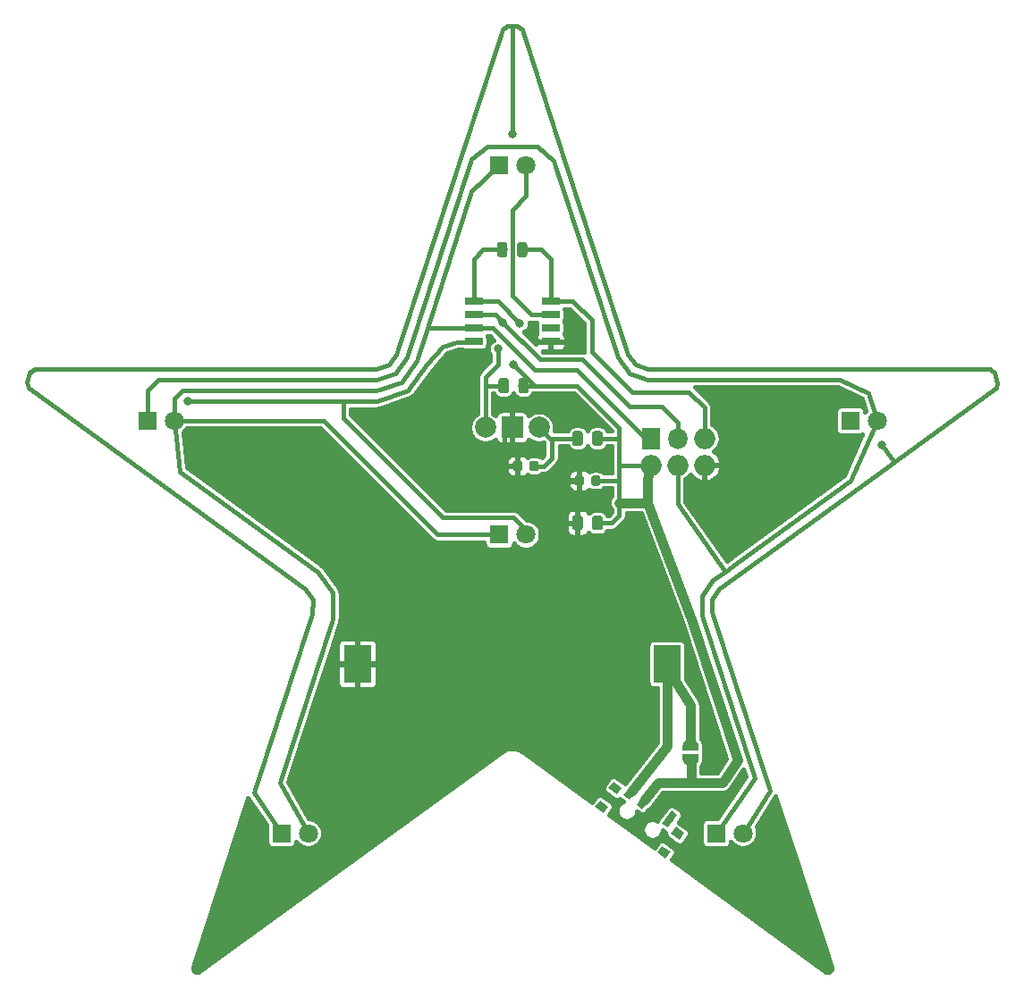
<source format=gbr>
G04 #@! TF.GenerationSoftware,KiCad,Pcbnew,(5.1.2)-2*
G04 #@! TF.CreationDate,2019-11-11T22:41:20-05:00*
G04 #@! TF.ProjectId,LightStar_RevA,4c696768-7453-4746-9172-5f526576412e,rev?*
G04 #@! TF.SameCoordinates,Original*
G04 #@! TF.FileFunction,Copper,L2,Bot*
G04 #@! TF.FilePolarity,Positive*
%FSLAX46Y46*%
G04 Gerber Fmt 4.6, Leading zero omitted, Abs format (unit mm)*
G04 Created by KiCad (PCBNEW (5.1.2)-2) date 2019-11-11 22:41:20*
%MOMM*%
%LPD*%
G04 APERTURE LIST*
%ADD10R,2.600000X3.600000*%
%ADD11R,1.800000X2.000000*%
%ADD12O,2.000000X2.000000*%
%ADD13O,1.800000X2.000000*%
%ADD14C,0.050000*%
%ADD15C,0.875000*%
%ADD16C,0.975000*%
%ADD17R,1.800000X1.800000*%
%ADD18C,1.800000*%
%ADD19C,0.500000*%
%ADD20C,0.700000*%
%ADD21C,0.800000*%
%ADD22R,1.700000X0.650000*%
%ADD23C,2.000000*%
%ADD24R,2.000000X2.000000*%
%ADD25C,0.450000*%
%ADD26C,0.900000*%
%ADD27C,0.400000*%
G04 APERTURE END LIST*
D10*
X133850000Y-121250000D03*
X163150000Y-121250000D03*
D11*
X161630000Y-99890000D03*
D12*
X161630000Y-102430000D03*
D13*
X164170000Y-99890000D03*
D12*
X164170000Y-102430000D03*
X166710000Y-99890000D03*
X166710000Y-102430000D03*
D14*
G36*
X155082691Y-103416053D02*
G01*
X155103926Y-103419203D01*
X155124750Y-103424419D01*
X155144962Y-103431651D01*
X155164368Y-103440830D01*
X155182781Y-103451866D01*
X155200024Y-103464654D01*
X155215930Y-103479070D01*
X155230346Y-103494976D01*
X155243134Y-103512219D01*
X155254170Y-103530632D01*
X155263349Y-103550038D01*
X155270581Y-103570250D01*
X155275797Y-103591074D01*
X155278947Y-103612309D01*
X155280000Y-103633750D01*
X155280000Y-104146250D01*
X155278947Y-104167691D01*
X155275797Y-104188926D01*
X155270581Y-104209750D01*
X155263349Y-104229962D01*
X155254170Y-104249368D01*
X155243134Y-104267781D01*
X155230346Y-104285024D01*
X155215930Y-104300930D01*
X155200024Y-104315346D01*
X155182781Y-104328134D01*
X155164368Y-104339170D01*
X155144962Y-104348349D01*
X155124750Y-104355581D01*
X155103926Y-104360797D01*
X155082691Y-104363947D01*
X155061250Y-104365000D01*
X154623750Y-104365000D01*
X154602309Y-104363947D01*
X154581074Y-104360797D01*
X154560250Y-104355581D01*
X154540038Y-104348349D01*
X154520632Y-104339170D01*
X154502219Y-104328134D01*
X154484976Y-104315346D01*
X154469070Y-104300930D01*
X154454654Y-104285024D01*
X154441866Y-104267781D01*
X154430830Y-104249368D01*
X154421651Y-104229962D01*
X154414419Y-104209750D01*
X154409203Y-104188926D01*
X154406053Y-104167691D01*
X154405000Y-104146250D01*
X154405000Y-103633750D01*
X154406053Y-103612309D01*
X154409203Y-103591074D01*
X154414419Y-103570250D01*
X154421651Y-103550038D01*
X154430830Y-103530632D01*
X154441866Y-103512219D01*
X154454654Y-103494976D01*
X154469070Y-103479070D01*
X154484976Y-103464654D01*
X154502219Y-103451866D01*
X154520632Y-103440830D01*
X154540038Y-103431651D01*
X154560250Y-103424419D01*
X154581074Y-103419203D01*
X154602309Y-103416053D01*
X154623750Y-103415000D01*
X155061250Y-103415000D01*
X155082691Y-103416053D01*
X155082691Y-103416053D01*
G37*
D15*
X154842500Y-103890000D03*
D14*
G36*
X156657691Y-103416053D02*
G01*
X156678926Y-103419203D01*
X156699750Y-103424419D01*
X156719962Y-103431651D01*
X156739368Y-103440830D01*
X156757781Y-103451866D01*
X156775024Y-103464654D01*
X156790930Y-103479070D01*
X156805346Y-103494976D01*
X156818134Y-103512219D01*
X156829170Y-103530632D01*
X156838349Y-103550038D01*
X156845581Y-103570250D01*
X156850797Y-103591074D01*
X156853947Y-103612309D01*
X156855000Y-103633750D01*
X156855000Y-104146250D01*
X156853947Y-104167691D01*
X156850797Y-104188926D01*
X156845581Y-104209750D01*
X156838349Y-104229962D01*
X156829170Y-104249368D01*
X156818134Y-104267781D01*
X156805346Y-104285024D01*
X156790930Y-104300930D01*
X156775024Y-104315346D01*
X156757781Y-104328134D01*
X156739368Y-104339170D01*
X156719962Y-104348349D01*
X156699750Y-104355581D01*
X156678926Y-104360797D01*
X156657691Y-104363947D01*
X156636250Y-104365000D01*
X156198750Y-104365000D01*
X156177309Y-104363947D01*
X156156074Y-104360797D01*
X156135250Y-104355581D01*
X156115038Y-104348349D01*
X156095632Y-104339170D01*
X156077219Y-104328134D01*
X156059976Y-104315346D01*
X156044070Y-104300930D01*
X156029654Y-104285024D01*
X156016866Y-104267781D01*
X156005830Y-104249368D01*
X155996651Y-104229962D01*
X155989419Y-104209750D01*
X155984203Y-104188926D01*
X155981053Y-104167691D01*
X155980000Y-104146250D01*
X155980000Y-103633750D01*
X155981053Y-103612309D01*
X155984203Y-103591074D01*
X155989419Y-103570250D01*
X155996651Y-103550038D01*
X156005830Y-103530632D01*
X156016866Y-103512219D01*
X156029654Y-103494976D01*
X156044070Y-103479070D01*
X156059976Y-103464654D01*
X156077219Y-103451866D01*
X156095632Y-103440830D01*
X156115038Y-103431651D01*
X156135250Y-103424419D01*
X156156074Y-103419203D01*
X156177309Y-103416053D01*
X156198750Y-103415000D01*
X156636250Y-103415000D01*
X156657691Y-103416053D01*
X156657691Y-103416053D01*
G37*
D15*
X156417500Y-103890000D03*
D14*
G36*
X156835142Y-107191174D02*
G01*
X156858803Y-107194684D01*
X156882007Y-107200496D01*
X156904529Y-107208554D01*
X156926153Y-107218782D01*
X156946670Y-107231079D01*
X156965883Y-107245329D01*
X156983607Y-107261393D01*
X156999671Y-107279117D01*
X157013921Y-107298330D01*
X157026218Y-107318847D01*
X157036446Y-107340471D01*
X157044504Y-107362993D01*
X157050316Y-107386197D01*
X157053826Y-107409858D01*
X157055000Y-107433750D01*
X157055000Y-108346250D01*
X157053826Y-108370142D01*
X157050316Y-108393803D01*
X157044504Y-108417007D01*
X157036446Y-108439529D01*
X157026218Y-108461153D01*
X157013921Y-108481670D01*
X156999671Y-108500883D01*
X156983607Y-108518607D01*
X156965883Y-108534671D01*
X156946670Y-108548921D01*
X156926153Y-108561218D01*
X156904529Y-108571446D01*
X156882007Y-108579504D01*
X156858803Y-108585316D01*
X156835142Y-108588826D01*
X156811250Y-108590000D01*
X156323750Y-108590000D01*
X156299858Y-108588826D01*
X156276197Y-108585316D01*
X156252993Y-108579504D01*
X156230471Y-108571446D01*
X156208847Y-108561218D01*
X156188330Y-108548921D01*
X156169117Y-108534671D01*
X156151393Y-108518607D01*
X156135329Y-108500883D01*
X156121079Y-108481670D01*
X156108782Y-108461153D01*
X156098554Y-108439529D01*
X156090496Y-108417007D01*
X156084684Y-108393803D01*
X156081174Y-108370142D01*
X156080000Y-108346250D01*
X156080000Y-107433750D01*
X156081174Y-107409858D01*
X156084684Y-107386197D01*
X156090496Y-107362993D01*
X156098554Y-107340471D01*
X156108782Y-107318847D01*
X156121079Y-107298330D01*
X156135329Y-107279117D01*
X156151393Y-107261393D01*
X156169117Y-107245329D01*
X156188330Y-107231079D01*
X156208847Y-107218782D01*
X156230471Y-107208554D01*
X156252993Y-107200496D01*
X156276197Y-107194684D01*
X156299858Y-107191174D01*
X156323750Y-107190000D01*
X156811250Y-107190000D01*
X156835142Y-107191174D01*
X156835142Y-107191174D01*
G37*
D16*
X156567500Y-107890000D03*
D14*
G36*
X154960142Y-107191174D02*
G01*
X154983803Y-107194684D01*
X155007007Y-107200496D01*
X155029529Y-107208554D01*
X155051153Y-107218782D01*
X155071670Y-107231079D01*
X155090883Y-107245329D01*
X155108607Y-107261393D01*
X155124671Y-107279117D01*
X155138921Y-107298330D01*
X155151218Y-107318847D01*
X155161446Y-107340471D01*
X155169504Y-107362993D01*
X155175316Y-107386197D01*
X155178826Y-107409858D01*
X155180000Y-107433750D01*
X155180000Y-108346250D01*
X155178826Y-108370142D01*
X155175316Y-108393803D01*
X155169504Y-108417007D01*
X155161446Y-108439529D01*
X155151218Y-108461153D01*
X155138921Y-108481670D01*
X155124671Y-108500883D01*
X155108607Y-108518607D01*
X155090883Y-108534671D01*
X155071670Y-108548921D01*
X155051153Y-108561218D01*
X155029529Y-108571446D01*
X155007007Y-108579504D01*
X154983803Y-108585316D01*
X154960142Y-108588826D01*
X154936250Y-108590000D01*
X154448750Y-108590000D01*
X154424858Y-108588826D01*
X154401197Y-108585316D01*
X154377993Y-108579504D01*
X154355471Y-108571446D01*
X154333847Y-108561218D01*
X154313330Y-108548921D01*
X154294117Y-108534671D01*
X154276393Y-108518607D01*
X154260329Y-108500883D01*
X154246079Y-108481670D01*
X154233782Y-108461153D01*
X154223554Y-108439529D01*
X154215496Y-108417007D01*
X154209684Y-108393803D01*
X154206174Y-108370142D01*
X154205000Y-108346250D01*
X154205000Y-107433750D01*
X154206174Y-107409858D01*
X154209684Y-107386197D01*
X154215496Y-107362993D01*
X154223554Y-107340471D01*
X154233782Y-107318847D01*
X154246079Y-107298330D01*
X154260329Y-107279117D01*
X154276393Y-107261393D01*
X154294117Y-107245329D01*
X154313330Y-107231079D01*
X154333847Y-107218782D01*
X154355471Y-107208554D01*
X154377993Y-107200496D01*
X154401197Y-107194684D01*
X154424858Y-107191174D01*
X154448750Y-107190000D01*
X154936250Y-107190000D01*
X154960142Y-107191174D01*
X154960142Y-107191174D01*
G37*
D16*
X154692500Y-107890000D03*
D14*
G36*
X150815192Y-102026053D02*
G01*
X150836427Y-102029203D01*
X150857251Y-102034419D01*
X150877463Y-102041651D01*
X150896869Y-102050830D01*
X150915282Y-102061866D01*
X150932525Y-102074654D01*
X150948431Y-102089070D01*
X150962847Y-102104976D01*
X150975635Y-102122219D01*
X150986671Y-102140632D01*
X150995850Y-102160038D01*
X151003082Y-102180250D01*
X151008298Y-102201074D01*
X151011448Y-102222309D01*
X151012501Y-102243750D01*
X151012501Y-102756250D01*
X151011448Y-102777691D01*
X151008298Y-102798926D01*
X151003082Y-102819750D01*
X150995850Y-102839962D01*
X150986671Y-102859368D01*
X150975635Y-102877781D01*
X150962847Y-102895024D01*
X150948431Y-102910930D01*
X150932525Y-102925346D01*
X150915282Y-102938134D01*
X150896869Y-102949170D01*
X150877463Y-102958349D01*
X150857251Y-102965581D01*
X150836427Y-102970797D01*
X150815192Y-102973947D01*
X150793751Y-102975000D01*
X150356251Y-102975000D01*
X150334810Y-102973947D01*
X150313575Y-102970797D01*
X150292751Y-102965581D01*
X150272539Y-102958349D01*
X150253133Y-102949170D01*
X150234720Y-102938134D01*
X150217477Y-102925346D01*
X150201571Y-102910930D01*
X150187155Y-102895024D01*
X150174367Y-102877781D01*
X150163331Y-102859368D01*
X150154152Y-102839962D01*
X150146920Y-102819750D01*
X150141704Y-102798926D01*
X150138554Y-102777691D01*
X150137501Y-102756250D01*
X150137501Y-102243750D01*
X150138554Y-102222309D01*
X150141704Y-102201074D01*
X150146920Y-102180250D01*
X150154152Y-102160038D01*
X150163331Y-102140632D01*
X150174367Y-102122219D01*
X150187155Y-102104976D01*
X150201571Y-102089070D01*
X150217477Y-102074654D01*
X150234720Y-102061866D01*
X150253133Y-102050830D01*
X150272539Y-102041651D01*
X150292751Y-102034419D01*
X150313575Y-102029203D01*
X150334810Y-102026053D01*
X150356251Y-102025000D01*
X150793751Y-102025000D01*
X150815192Y-102026053D01*
X150815192Y-102026053D01*
G37*
D15*
X150575001Y-102500000D03*
D14*
G36*
X149240192Y-102026053D02*
G01*
X149261427Y-102029203D01*
X149282251Y-102034419D01*
X149302463Y-102041651D01*
X149321869Y-102050830D01*
X149340282Y-102061866D01*
X149357525Y-102074654D01*
X149373431Y-102089070D01*
X149387847Y-102104976D01*
X149400635Y-102122219D01*
X149411671Y-102140632D01*
X149420850Y-102160038D01*
X149428082Y-102180250D01*
X149433298Y-102201074D01*
X149436448Y-102222309D01*
X149437501Y-102243750D01*
X149437501Y-102756250D01*
X149436448Y-102777691D01*
X149433298Y-102798926D01*
X149428082Y-102819750D01*
X149420850Y-102839962D01*
X149411671Y-102859368D01*
X149400635Y-102877781D01*
X149387847Y-102895024D01*
X149373431Y-102910930D01*
X149357525Y-102925346D01*
X149340282Y-102938134D01*
X149321869Y-102949170D01*
X149302463Y-102958349D01*
X149282251Y-102965581D01*
X149261427Y-102970797D01*
X149240192Y-102973947D01*
X149218751Y-102975000D01*
X148781251Y-102975000D01*
X148759810Y-102973947D01*
X148738575Y-102970797D01*
X148717751Y-102965581D01*
X148697539Y-102958349D01*
X148678133Y-102949170D01*
X148659720Y-102938134D01*
X148642477Y-102925346D01*
X148626571Y-102910930D01*
X148612155Y-102895024D01*
X148599367Y-102877781D01*
X148588331Y-102859368D01*
X148579152Y-102839962D01*
X148571920Y-102819750D01*
X148566704Y-102798926D01*
X148563554Y-102777691D01*
X148562501Y-102756250D01*
X148562501Y-102243750D01*
X148563554Y-102222309D01*
X148566704Y-102201074D01*
X148571920Y-102180250D01*
X148579152Y-102160038D01*
X148588331Y-102140632D01*
X148599367Y-102122219D01*
X148612155Y-102104976D01*
X148626571Y-102089070D01*
X148642477Y-102074654D01*
X148659720Y-102061866D01*
X148678133Y-102050830D01*
X148697539Y-102041651D01*
X148717751Y-102034419D01*
X148738575Y-102029203D01*
X148759810Y-102026053D01*
X148781251Y-102025000D01*
X149218751Y-102025000D01*
X149240192Y-102026053D01*
X149240192Y-102026053D01*
G37*
D15*
X149000001Y-102500000D03*
D17*
X147250000Y-109000000D03*
D18*
X149790000Y-109000000D03*
X129190000Y-137300000D03*
D17*
X126650000Y-137300000D03*
X113950000Y-98200000D03*
D18*
X116490000Y-98200000D03*
X149790000Y-74000000D03*
D17*
X147250000Y-74000000D03*
X180500000Y-98200000D03*
D18*
X183040000Y-98200000D03*
X170340000Y-137300000D03*
D17*
X167800000Y-137300000D03*
D19*
X165400000Y-130300000D03*
D14*
G36*
X166150000Y-129800000D02*
G01*
X166150000Y-130300000D01*
X166149398Y-130300000D01*
X166149398Y-130324534D01*
X166144588Y-130373365D01*
X166135016Y-130421490D01*
X166120772Y-130468445D01*
X166101995Y-130513778D01*
X166078864Y-130557051D01*
X166051604Y-130597850D01*
X166020476Y-130635779D01*
X165985779Y-130670476D01*
X165947850Y-130701604D01*
X165907051Y-130728864D01*
X165863778Y-130751995D01*
X165818445Y-130770772D01*
X165771490Y-130785016D01*
X165723365Y-130794588D01*
X165674534Y-130799398D01*
X165650000Y-130799398D01*
X165650000Y-130800000D01*
X165150000Y-130800000D01*
X165150000Y-130799398D01*
X165125466Y-130799398D01*
X165076635Y-130794588D01*
X165028510Y-130785016D01*
X164981555Y-130770772D01*
X164936222Y-130751995D01*
X164892949Y-130728864D01*
X164852150Y-130701604D01*
X164814221Y-130670476D01*
X164779524Y-130635779D01*
X164748396Y-130597850D01*
X164721136Y-130557051D01*
X164698005Y-130513778D01*
X164679228Y-130468445D01*
X164664984Y-130421490D01*
X164655412Y-130373365D01*
X164650602Y-130324534D01*
X164650602Y-130300000D01*
X164650000Y-130300000D01*
X164650000Y-129800000D01*
X166150000Y-129800000D01*
X166150000Y-129800000D01*
G37*
D19*
X165400000Y-129000000D03*
D14*
G36*
X164650602Y-129000000D02*
G01*
X164650602Y-128975466D01*
X164655412Y-128926635D01*
X164664984Y-128878510D01*
X164679228Y-128831555D01*
X164698005Y-128786222D01*
X164721136Y-128742949D01*
X164748396Y-128702150D01*
X164779524Y-128664221D01*
X164814221Y-128629524D01*
X164852150Y-128598396D01*
X164892949Y-128571136D01*
X164936222Y-128548005D01*
X164981555Y-128529228D01*
X165028510Y-128514984D01*
X165076635Y-128505412D01*
X165125466Y-128500602D01*
X165150000Y-128500602D01*
X165150000Y-128500000D01*
X165650000Y-128500000D01*
X165650000Y-128500602D01*
X165674534Y-128500602D01*
X165723365Y-128505412D01*
X165771490Y-128514984D01*
X165818445Y-128529228D01*
X165863778Y-128548005D01*
X165907051Y-128571136D01*
X165947850Y-128598396D01*
X165985779Y-128629524D01*
X166020476Y-128664221D01*
X166051604Y-128702150D01*
X166078864Y-128742949D01*
X166101995Y-128786222D01*
X166120772Y-128831555D01*
X166135016Y-128878510D01*
X166144588Y-128926635D01*
X166149398Y-128975466D01*
X166149398Y-129000000D01*
X166150000Y-129000000D01*
X166150000Y-129500000D01*
X164650000Y-129500000D01*
X164650000Y-129000000D01*
X164650602Y-129000000D01*
X164650602Y-129000000D01*
G37*
G36*
X149705142Y-81301174D02*
G01*
X149728803Y-81304684D01*
X149752007Y-81310496D01*
X149774529Y-81318554D01*
X149796153Y-81328782D01*
X149816670Y-81341079D01*
X149835883Y-81355329D01*
X149853607Y-81371393D01*
X149869671Y-81389117D01*
X149883921Y-81408330D01*
X149896218Y-81428847D01*
X149906446Y-81450471D01*
X149914504Y-81472993D01*
X149920316Y-81496197D01*
X149923826Y-81519858D01*
X149925000Y-81543750D01*
X149925000Y-82456250D01*
X149923826Y-82480142D01*
X149920316Y-82503803D01*
X149914504Y-82527007D01*
X149906446Y-82549529D01*
X149896218Y-82571153D01*
X149883921Y-82591670D01*
X149869671Y-82610883D01*
X149853607Y-82628607D01*
X149835883Y-82644671D01*
X149816670Y-82658921D01*
X149796153Y-82671218D01*
X149774529Y-82681446D01*
X149752007Y-82689504D01*
X149728803Y-82695316D01*
X149705142Y-82698826D01*
X149681250Y-82700000D01*
X149193750Y-82700000D01*
X149169858Y-82698826D01*
X149146197Y-82695316D01*
X149122993Y-82689504D01*
X149100471Y-82681446D01*
X149078847Y-82671218D01*
X149058330Y-82658921D01*
X149039117Y-82644671D01*
X149021393Y-82628607D01*
X149005329Y-82610883D01*
X148991079Y-82591670D01*
X148978782Y-82571153D01*
X148968554Y-82549529D01*
X148960496Y-82527007D01*
X148954684Y-82503803D01*
X148951174Y-82480142D01*
X148950000Y-82456250D01*
X148950000Y-81543750D01*
X148951174Y-81519858D01*
X148954684Y-81496197D01*
X148960496Y-81472993D01*
X148968554Y-81450471D01*
X148978782Y-81428847D01*
X148991079Y-81408330D01*
X149005329Y-81389117D01*
X149021393Y-81371393D01*
X149039117Y-81355329D01*
X149058330Y-81341079D01*
X149078847Y-81328782D01*
X149100471Y-81318554D01*
X149122993Y-81310496D01*
X149146197Y-81304684D01*
X149169858Y-81301174D01*
X149193750Y-81300000D01*
X149681250Y-81300000D01*
X149705142Y-81301174D01*
X149705142Y-81301174D01*
G37*
D16*
X149437500Y-82000000D03*
D14*
G36*
X147830142Y-81301174D02*
G01*
X147853803Y-81304684D01*
X147877007Y-81310496D01*
X147899529Y-81318554D01*
X147921153Y-81328782D01*
X147941670Y-81341079D01*
X147960883Y-81355329D01*
X147978607Y-81371393D01*
X147994671Y-81389117D01*
X148008921Y-81408330D01*
X148021218Y-81428847D01*
X148031446Y-81450471D01*
X148039504Y-81472993D01*
X148045316Y-81496197D01*
X148048826Y-81519858D01*
X148050000Y-81543750D01*
X148050000Y-82456250D01*
X148048826Y-82480142D01*
X148045316Y-82503803D01*
X148039504Y-82527007D01*
X148031446Y-82549529D01*
X148021218Y-82571153D01*
X148008921Y-82591670D01*
X147994671Y-82610883D01*
X147978607Y-82628607D01*
X147960883Y-82644671D01*
X147941670Y-82658921D01*
X147921153Y-82671218D01*
X147899529Y-82681446D01*
X147877007Y-82689504D01*
X147853803Y-82695316D01*
X147830142Y-82698826D01*
X147806250Y-82700000D01*
X147318750Y-82700000D01*
X147294858Y-82698826D01*
X147271197Y-82695316D01*
X147247993Y-82689504D01*
X147225471Y-82681446D01*
X147203847Y-82671218D01*
X147183330Y-82658921D01*
X147164117Y-82644671D01*
X147146393Y-82628607D01*
X147130329Y-82610883D01*
X147116079Y-82591670D01*
X147103782Y-82571153D01*
X147093554Y-82549529D01*
X147085496Y-82527007D01*
X147079684Y-82503803D01*
X147076174Y-82480142D01*
X147075000Y-82456250D01*
X147075000Y-81543750D01*
X147076174Y-81519858D01*
X147079684Y-81496197D01*
X147085496Y-81472993D01*
X147093554Y-81450471D01*
X147103782Y-81428847D01*
X147116079Y-81408330D01*
X147130329Y-81389117D01*
X147146393Y-81371393D01*
X147164117Y-81355329D01*
X147183330Y-81341079D01*
X147203847Y-81328782D01*
X147225471Y-81318554D01*
X147247993Y-81310496D01*
X147271197Y-81304684D01*
X147294858Y-81301174D01*
X147318750Y-81300000D01*
X147806250Y-81300000D01*
X147830142Y-81301174D01*
X147830142Y-81301174D01*
G37*
D16*
X147562500Y-82000000D03*
D14*
G36*
X154960142Y-99191174D02*
G01*
X154983803Y-99194684D01*
X155007007Y-99200496D01*
X155029529Y-99208554D01*
X155051153Y-99218782D01*
X155071670Y-99231079D01*
X155090883Y-99245329D01*
X155108607Y-99261393D01*
X155124671Y-99279117D01*
X155138921Y-99298330D01*
X155151218Y-99318847D01*
X155161446Y-99340471D01*
X155169504Y-99362993D01*
X155175316Y-99386197D01*
X155178826Y-99409858D01*
X155180000Y-99433750D01*
X155180000Y-100346250D01*
X155178826Y-100370142D01*
X155175316Y-100393803D01*
X155169504Y-100417007D01*
X155161446Y-100439529D01*
X155151218Y-100461153D01*
X155138921Y-100481670D01*
X155124671Y-100500883D01*
X155108607Y-100518607D01*
X155090883Y-100534671D01*
X155071670Y-100548921D01*
X155051153Y-100561218D01*
X155029529Y-100571446D01*
X155007007Y-100579504D01*
X154983803Y-100585316D01*
X154960142Y-100588826D01*
X154936250Y-100590000D01*
X154448750Y-100590000D01*
X154424858Y-100588826D01*
X154401197Y-100585316D01*
X154377993Y-100579504D01*
X154355471Y-100571446D01*
X154333847Y-100561218D01*
X154313330Y-100548921D01*
X154294117Y-100534671D01*
X154276393Y-100518607D01*
X154260329Y-100500883D01*
X154246079Y-100481670D01*
X154233782Y-100461153D01*
X154223554Y-100439529D01*
X154215496Y-100417007D01*
X154209684Y-100393803D01*
X154206174Y-100370142D01*
X154205000Y-100346250D01*
X154205000Y-99433750D01*
X154206174Y-99409858D01*
X154209684Y-99386197D01*
X154215496Y-99362993D01*
X154223554Y-99340471D01*
X154233782Y-99318847D01*
X154246079Y-99298330D01*
X154260329Y-99279117D01*
X154276393Y-99261393D01*
X154294117Y-99245329D01*
X154313330Y-99231079D01*
X154333847Y-99218782D01*
X154355471Y-99208554D01*
X154377993Y-99200496D01*
X154401197Y-99194684D01*
X154424858Y-99191174D01*
X154448750Y-99190000D01*
X154936250Y-99190000D01*
X154960142Y-99191174D01*
X154960142Y-99191174D01*
G37*
D16*
X154692500Y-99890000D03*
D14*
G36*
X156835142Y-99191174D02*
G01*
X156858803Y-99194684D01*
X156882007Y-99200496D01*
X156904529Y-99208554D01*
X156926153Y-99218782D01*
X156946670Y-99231079D01*
X156965883Y-99245329D01*
X156983607Y-99261393D01*
X156999671Y-99279117D01*
X157013921Y-99298330D01*
X157026218Y-99318847D01*
X157036446Y-99340471D01*
X157044504Y-99362993D01*
X157050316Y-99386197D01*
X157053826Y-99409858D01*
X157055000Y-99433750D01*
X157055000Y-100346250D01*
X157053826Y-100370142D01*
X157050316Y-100393803D01*
X157044504Y-100417007D01*
X157036446Y-100439529D01*
X157026218Y-100461153D01*
X157013921Y-100481670D01*
X156999671Y-100500883D01*
X156983607Y-100518607D01*
X156965883Y-100534671D01*
X156946670Y-100548921D01*
X156926153Y-100561218D01*
X156904529Y-100571446D01*
X156882007Y-100579504D01*
X156858803Y-100585316D01*
X156835142Y-100588826D01*
X156811250Y-100590000D01*
X156323750Y-100590000D01*
X156299858Y-100588826D01*
X156276197Y-100585316D01*
X156252993Y-100579504D01*
X156230471Y-100571446D01*
X156208847Y-100561218D01*
X156188330Y-100548921D01*
X156169117Y-100534671D01*
X156151393Y-100518607D01*
X156135329Y-100500883D01*
X156121079Y-100481670D01*
X156108782Y-100461153D01*
X156098554Y-100439529D01*
X156090496Y-100417007D01*
X156084684Y-100393803D01*
X156081174Y-100370142D01*
X156080000Y-100346250D01*
X156080000Y-99433750D01*
X156081174Y-99409858D01*
X156084684Y-99386197D01*
X156090496Y-99362993D01*
X156098554Y-99340471D01*
X156108782Y-99318847D01*
X156121079Y-99298330D01*
X156135329Y-99279117D01*
X156151393Y-99261393D01*
X156169117Y-99245329D01*
X156188330Y-99231079D01*
X156208847Y-99218782D01*
X156230471Y-99208554D01*
X156252993Y-99200496D01*
X156276197Y-99194684D01*
X156299858Y-99191174D01*
X156323750Y-99190000D01*
X156811250Y-99190000D01*
X156835142Y-99191174D01*
X156835142Y-99191174D01*
G37*
D16*
X156567500Y-99890000D03*
D14*
G36*
X149835142Y-94191174D02*
G01*
X149858803Y-94194684D01*
X149882007Y-94200496D01*
X149904529Y-94208554D01*
X149926153Y-94218782D01*
X149946670Y-94231079D01*
X149965883Y-94245329D01*
X149983607Y-94261393D01*
X149999671Y-94279117D01*
X150013921Y-94298330D01*
X150026218Y-94318847D01*
X150036446Y-94340471D01*
X150044504Y-94362993D01*
X150050316Y-94386197D01*
X150053826Y-94409858D01*
X150055000Y-94433750D01*
X150055000Y-95346250D01*
X150053826Y-95370142D01*
X150050316Y-95393803D01*
X150044504Y-95417007D01*
X150036446Y-95439529D01*
X150026218Y-95461153D01*
X150013921Y-95481670D01*
X149999671Y-95500883D01*
X149983607Y-95518607D01*
X149965883Y-95534671D01*
X149946670Y-95548921D01*
X149926153Y-95561218D01*
X149904529Y-95571446D01*
X149882007Y-95579504D01*
X149858803Y-95585316D01*
X149835142Y-95588826D01*
X149811250Y-95590000D01*
X149323750Y-95590000D01*
X149299858Y-95588826D01*
X149276197Y-95585316D01*
X149252993Y-95579504D01*
X149230471Y-95571446D01*
X149208847Y-95561218D01*
X149188330Y-95548921D01*
X149169117Y-95534671D01*
X149151393Y-95518607D01*
X149135329Y-95500883D01*
X149121079Y-95481670D01*
X149108782Y-95461153D01*
X149098554Y-95439529D01*
X149090496Y-95417007D01*
X149084684Y-95393803D01*
X149081174Y-95370142D01*
X149080000Y-95346250D01*
X149080000Y-94433750D01*
X149081174Y-94409858D01*
X149084684Y-94386197D01*
X149090496Y-94362993D01*
X149098554Y-94340471D01*
X149108782Y-94318847D01*
X149121079Y-94298330D01*
X149135329Y-94279117D01*
X149151393Y-94261393D01*
X149169117Y-94245329D01*
X149188330Y-94231079D01*
X149208847Y-94218782D01*
X149230471Y-94208554D01*
X149252993Y-94200496D01*
X149276197Y-94194684D01*
X149299858Y-94191174D01*
X149323750Y-94190000D01*
X149811250Y-94190000D01*
X149835142Y-94191174D01*
X149835142Y-94191174D01*
G37*
D16*
X149567500Y-94890000D03*
D14*
G36*
X147960142Y-94191174D02*
G01*
X147983803Y-94194684D01*
X148007007Y-94200496D01*
X148029529Y-94208554D01*
X148051153Y-94218782D01*
X148071670Y-94231079D01*
X148090883Y-94245329D01*
X148108607Y-94261393D01*
X148124671Y-94279117D01*
X148138921Y-94298330D01*
X148151218Y-94318847D01*
X148161446Y-94340471D01*
X148169504Y-94362993D01*
X148175316Y-94386197D01*
X148178826Y-94409858D01*
X148180000Y-94433750D01*
X148180000Y-95346250D01*
X148178826Y-95370142D01*
X148175316Y-95393803D01*
X148169504Y-95417007D01*
X148161446Y-95439529D01*
X148151218Y-95461153D01*
X148138921Y-95481670D01*
X148124671Y-95500883D01*
X148108607Y-95518607D01*
X148090883Y-95534671D01*
X148071670Y-95548921D01*
X148051153Y-95561218D01*
X148029529Y-95571446D01*
X148007007Y-95579504D01*
X147983803Y-95585316D01*
X147960142Y-95588826D01*
X147936250Y-95590000D01*
X147448750Y-95590000D01*
X147424858Y-95588826D01*
X147401197Y-95585316D01*
X147377993Y-95579504D01*
X147355471Y-95571446D01*
X147333847Y-95561218D01*
X147313330Y-95548921D01*
X147294117Y-95534671D01*
X147276393Y-95518607D01*
X147260329Y-95500883D01*
X147246079Y-95481670D01*
X147233782Y-95461153D01*
X147223554Y-95439529D01*
X147215496Y-95417007D01*
X147209684Y-95393803D01*
X147206174Y-95370142D01*
X147205000Y-95346250D01*
X147205000Y-94433750D01*
X147206174Y-94409858D01*
X147209684Y-94386197D01*
X147215496Y-94362993D01*
X147223554Y-94340471D01*
X147233782Y-94318847D01*
X147246079Y-94298330D01*
X147260329Y-94279117D01*
X147276393Y-94261393D01*
X147294117Y-94245329D01*
X147313330Y-94231079D01*
X147333847Y-94218782D01*
X147355471Y-94208554D01*
X147377993Y-94200496D01*
X147401197Y-94194684D01*
X147424858Y-94191174D01*
X147448750Y-94190000D01*
X147936250Y-94190000D01*
X147960142Y-94191174D01*
X147960142Y-94191174D01*
G37*
D16*
X147692500Y-94890000D03*
D20*
X163410821Y-135965623D03*
D14*
G36*
X164134816Y-135564585D02*
G01*
X163253138Y-136778111D01*
X162686826Y-136366661D01*
X163568504Y-135153135D01*
X164134816Y-135564585D01*
X164134816Y-135564585D01*
G37*
D20*
X160983770Y-134202267D03*
D14*
G36*
X161707765Y-133801229D02*
G01*
X160826087Y-135014755D01*
X160259775Y-134603305D01*
X161141453Y-133389779D01*
X161707765Y-133801229D01*
X161707765Y-133801229D01*
G37*
D20*
X159770245Y-133320589D03*
D14*
G36*
X160494240Y-132919551D02*
G01*
X159612562Y-134133077D01*
X159046250Y-133721627D01*
X159927928Y-132508101D01*
X160494240Y-132919551D01*
X160494240Y-132919551D01*
G37*
D21*
X162862379Y-139102310D03*
D14*
G36*
X163502002Y-139072596D02*
G01*
X163031773Y-139719809D01*
X162222756Y-139132024D01*
X162692985Y-138484811D01*
X163502002Y-139072596D01*
X163502002Y-139072596D01*
G37*
D21*
X156956555Y-134811478D03*
D14*
G36*
X157596178Y-134781764D02*
G01*
X157125949Y-135428977D01*
X156316932Y-134841192D01*
X156787161Y-134193979D01*
X157596178Y-134781764D01*
X157596178Y-134781764D01*
G37*
D21*
X158255560Y-133023551D03*
D14*
G36*
X158895183Y-132993837D02*
G01*
X158424954Y-133641050D01*
X157615937Y-133053265D01*
X158086166Y-132406052D01*
X158895183Y-132993837D01*
X158895183Y-132993837D01*
G37*
D21*
X164161385Y-137314383D03*
D14*
G36*
X164801008Y-137284669D02*
G01*
X164330779Y-137931882D01*
X163521762Y-137344097D01*
X163991991Y-136696884D01*
X164801008Y-137284669D01*
X164801008Y-137284669D01*
G37*
D22*
X152150000Y-86895000D03*
X152150000Y-88165000D03*
X152150000Y-89435000D03*
X152150000Y-90705000D03*
X144850000Y-90705000D03*
X144850000Y-89435000D03*
X144850000Y-88165000D03*
X144850000Y-86895000D03*
D23*
X151040000Y-98850000D03*
D24*
X148500000Y-98850000D03*
D23*
X145960000Y-98850000D03*
D21*
X148630000Y-92890000D03*
X149230000Y-88990000D03*
X150130000Y-89890000D03*
X180530000Y-96290000D03*
X117830000Y-96370000D03*
X183490000Y-100530000D03*
X148510000Y-71050000D03*
X147130000Y-91390000D03*
X147630000Y-88890000D03*
D25*
X147562500Y-82000000D02*
X145750000Y-82000000D01*
X144850000Y-82900000D02*
X144850000Y-86895000D01*
X145750000Y-82000000D02*
X144850000Y-82900000D01*
D26*
X160983770Y-134202267D02*
X162300000Y-132500000D01*
X162300000Y-132500000D02*
X164500000Y-132500000D01*
X164500000Y-132500000D02*
X165430000Y-132500000D01*
X165430000Y-132500000D02*
X165630000Y-132500000D01*
X165630000Y-132500000D02*
X168380000Y-132500000D01*
X165490000Y-116980000D02*
X161330000Y-105990000D01*
X168380000Y-132500000D02*
X169840000Y-130390000D01*
X169840000Y-130390000D02*
X165490000Y-116980000D01*
D25*
X158630000Y-107190000D02*
X158630000Y-105990000D01*
X158630000Y-105990000D02*
X158630000Y-103890000D01*
X158630000Y-103890000D02*
X158630000Y-102890000D01*
X158630000Y-98890000D02*
X158630000Y-99890000D01*
X149567500Y-94890000D02*
X151130000Y-94890000D01*
X158630000Y-102890000D02*
X158630000Y-99890000D01*
X161630000Y-102430000D02*
X158630000Y-102430000D01*
X158630000Y-102430000D02*
X158630000Y-102890000D01*
X156567500Y-99890000D02*
X158630000Y-99890000D01*
X156417500Y-103890000D02*
X158630000Y-103890000D01*
X156567500Y-107890000D02*
X157930000Y-107890000D01*
X150630000Y-94890000D02*
X151130000Y-94890000D01*
X148630000Y-92890000D02*
X150630000Y-94890000D01*
X144850000Y-86895000D02*
X147135000Y-86895000D01*
X147135000Y-86895000D02*
X149230000Y-88990000D01*
X149567500Y-94890000D02*
X154630000Y-94890000D01*
X154630000Y-94890000D02*
X158630000Y-98890000D01*
D26*
X161330000Y-105990000D02*
X158630000Y-105990000D01*
X161330000Y-105990000D02*
X161330000Y-103690000D01*
X161330000Y-103690000D02*
X161630000Y-102430000D01*
D25*
X157930000Y-107890000D02*
X158630000Y-107190000D01*
D26*
X165430000Y-132500000D02*
X165430000Y-130330000D01*
X165430000Y-130330000D02*
X165400000Y-130300000D01*
D25*
X147750000Y-99600000D02*
X148500000Y-98850000D01*
X147750000Y-102000000D02*
X147750000Y-99600000D01*
X152150000Y-90705000D02*
X150945000Y-90705000D01*
X150945000Y-90705000D02*
X150130000Y-89890000D01*
X133850000Y-121250000D02*
X147270000Y-121250000D01*
X147750000Y-103510000D02*
X147750000Y-102490000D01*
X147750000Y-102490000D02*
X147750000Y-102000000D01*
X148630000Y-104390000D02*
X147750000Y-103510000D01*
X151130000Y-104390000D02*
X148630000Y-104390000D01*
X152630000Y-105890000D02*
X151930000Y-105190000D01*
X151930000Y-105190000D02*
X151130000Y-104390000D01*
X152630000Y-115890000D02*
X152630000Y-107890000D01*
X152630000Y-107890000D02*
X152630000Y-105890000D01*
X147270000Y-121250000D02*
X152630000Y-115890000D01*
X149000001Y-102500000D02*
X147750000Y-102500000D01*
X147830000Y-102490000D02*
X147750000Y-102490000D01*
X147760000Y-102490000D02*
X147830000Y-102490000D01*
X147750000Y-102500000D02*
X147760000Y-102490000D01*
X154692500Y-107890000D02*
X152630000Y-107890000D01*
X154842500Y-103890000D02*
X153230000Y-103890000D01*
X153230000Y-103890000D02*
X151930000Y-105190000D01*
X166710000Y-102430000D02*
X171890000Y-102430000D01*
X171890000Y-102430000D02*
X178030000Y-96290000D01*
X178030000Y-96290000D02*
X180530000Y-96290000D01*
X167800000Y-137300000D02*
X171442542Y-132076929D01*
X167530000Y-113330000D02*
X168676394Y-112496831D01*
X166440000Y-114820000D02*
X167530000Y-113330000D01*
X166440000Y-116680000D02*
X166440000Y-114820000D01*
X171442542Y-132076929D02*
X166440000Y-116680000D01*
X168676394Y-112496831D02*
X169753800Y-111713801D01*
X169753800Y-111713801D02*
X180526861Y-103884224D01*
X143250000Y-90750000D02*
X144850000Y-90705000D01*
X179470000Y-94310000D02*
X161340000Y-94310000D01*
X137410000Y-93740000D02*
X135660000Y-94310000D01*
X138500000Y-92240000D02*
X137410000Y-93740000D01*
X161340000Y-94310000D02*
X159590000Y-93740000D01*
X159590000Y-93740000D02*
X158500000Y-92240000D01*
X158500000Y-92240000D02*
X152446478Y-73617895D01*
X183040000Y-98200000D02*
X182220000Y-95630000D01*
X182220000Y-95630000D02*
X179470000Y-94310000D01*
X113950000Y-98200000D02*
X114000000Y-95350000D01*
X114000000Y-95350000D02*
X114990000Y-94310000D01*
X114990000Y-94310000D02*
X135660000Y-94310000D01*
X117830000Y-96370000D02*
X132510000Y-96361790D01*
X141940000Y-91190000D02*
X143250000Y-90750000D01*
X140420000Y-92930000D02*
X141940000Y-91190000D01*
X138590000Y-95350000D02*
X140420000Y-92930000D01*
X135710000Y-96360000D02*
X138590000Y-95350000D01*
X132510000Y-96361790D02*
X135710000Y-96360000D01*
X143250000Y-90750000D02*
X144850000Y-90705000D01*
X183040000Y-98200000D02*
X180526861Y-103884224D01*
X144623979Y-73401152D02*
X138500000Y-92240000D01*
X152446478Y-73617895D02*
X150890000Y-72200000D01*
X144623979Y-73401151D02*
X144623979Y-73401152D01*
X146190000Y-72220000D02*
X144623979Y-73401151D01*
X150890000Y-72200000D02*
X146190000Y-72220000D01*
X132510000Y-97970000D02*
X132510000Y-96361790D01*
X141950000Y-107410000D02*
X132510000Y-97970000D01*
X148650000Y-107410000D02*
X141950000Y-107410000D01*
X164170000Y-102430000D02*
X164170000Y-106130000D01*
X149790000Y-109000000D02*
X149790000Y-108550000D01*
X149790000Y-108550000D02*
X148650000Y-107410000D01*
X164170000Y-106130000D02*
X168676394Y-112496831D01*
X149437500Y-82000000D02*
X151250000Y-82000000D01*
X152150000Y-82900000D02*
X152150000Y-86895000D01*
X151250000Y-82000000D02*
X152150000Y-82900000D01*
X152150000Y-86895000D02*
X154235000Y-86895000D01*
X166710000Y-96970000D02*
X166710000Y-99890000D01*
X165230000Y-95490000D02*
X166710000Y-96970000D01*
X159830000Y-95490000D02*
X165230000Y-95490000D01*
X156030000Y-91690000D02*
X159830000Y-95490000D01*
X156030000Y-88690000D02*
X156030000Y-91690000D01*
X154235000Y-86895000D02*
X156030000Y-88690000D01*
D26*
X165400000Y-129000000D02*
X165400000Y-125150000D01*
D25*
X163150000Y-121650000D02*
X163150000Y-121250000D01*
D26*
X165400000Y-125150000D02*
X163150000Y-121650000D01*
X163150000Y-129062425D02*
X163150000Y-121250000D01*
X159770245Y-133320589D02*
X163150000Y-129062425D01*
D25*
X151040000Y-98850000D02*
X152250000Y-100060000D01*
X152250000Y-100060000D02*
X152250000Y-101770000D01*
X150575001Y-102500000D02*
X151520000Y-102500000D01*
X151520000Y-102500000D02*
X152250000Y-101770000D01*
X154692500Y-99890000D02*
X152080000Y-99890000D01*
X152080000Y-99890000D02*
X151040000Y-98850000D01*
X147250000Y-74000000D02*
X144670000Y-76490000D01*
X131510000Y-114520000D02*
X131510000Y-116990000D01*
X126478371Y-132482870D02*
X126478371Y-132482869D01*
X129190000Y-137300000D02*
X126478371Y-132482870D01*
X131510000Y-116990000D02*
X126478371Y-132482869D01*
X117047515Y-103067534D02*
X130060000Y-112520000D01*
X130060000Y-112520000D02*
X131510000Y-114520000D01*
X135660000Y-95310000D02*
X118550000Y-95310000D01*
X140473674Y-89408574D02*
X139450000Y-92560000D01*
X139450000Y-92560000D02*
X138000000Y-94550000D01*
X138000000Y-94550000D02*
X135660000Y-95310000D01*
X116547074Y-96142963D02*
X116524317Y-96152427D01*
X144670000Y-76490000D02*
X140473674Y-89408574D01*
X144850000Y-89435000D02*
X140473674Y-89408573D01*
X140473674Y-89408573D02*
X140473674Y-89408574D01*
X116490000Y-98200000D02*
X116524317Y-96152427D01*
X116490000Y-98200000D02*
X117047515Y-103067535D01*
X117047515Y-103067535D02*
X117047515Y-103067534D01*
X116547074Y-96142963D02*
X117310000Y-95310000D01*
X117310000Y-95310000D02*
X118550000Y-95310000D01*
X116490000Y-98200000D02*
X130650000Y-98200000D01*
X141450000Y-109000000D02*
X147250000Y-109000000D01*
X130650000Y-98200000D02*
X141450000Y-109000000D01*
X161630000Y-99890000D02*
X161330000Y-99890000D01*
X144850000Y-89435000D02*
X146675000Y-89435000D01*
X161130000Y-99890000D02*
X161630000Y-99890000D01*
X154630000Y-93390000D02*
X161130000Y-99890000D01*
X150630000Y-93390000D02*
X154630000Y-93390000D01*
X146675000Y-89435000D02*
X150630000Y-93390000D01*
X159450000Y-91930000D02*
X157863654Y-87048813D01*
X194430983Y-94681387D02*
X194430983Y-94681386D01*
X194140200Y-93629724D02*
X194430983Y-94681387D01*
X184687322Y-102096430D02*
X194290000Y-95120000D01*
X194290000Y-95120000D02*
X194430983Y-94681386D01*
X194140200Y-93629724D02*
X193700000Y-93310000D01*
X193700000Y-93310000D02*
X161340000Y-93310000D01*
X161340000Y-93310000D02*
X160180000Y-92930000D01*
X160180000Y-92930000D02*
X159450000Y-91930000D01*
X183964090Y-102621864D02*
X184687322Y-102096430D01*
X168110000Y-114140000D02*
X183964090Y-102621864D01*
X167390000Y-115140000D02*
X168110000Y-114140000D01*
X167390000Y-116370000D02*
X167390000Y-115140000D01*
X157863654Y-87048813D02*
X153216975Y-72750982D01*
X153216975Y-72750982D02*
X149450000Y-61160000D01*
X148520240Y-60810244D02*
X148956366Y-60806662D01*
X149450000Y-61160000D02*
X148956366Y-60806662D01*
X129560000Y-116530000D02*
X124055659Y-133467210D01*
X148033039Y-60814246D02*
X148520240Y-60810244D01*
X102543612Y-94602349D02*
X102543612Y-94602348D01*
X102819349Y-93659104D02*
X102543612Y-94602349D01*
X124055659Y-133467209D02*
X124055659Y-133467210D01*
X126650000Y-137300000D02*
X124055659Y-133467209D01*
X148033039Y-60814246D02*
X147550000Y-61160000D01*
X147550000Y-61160000D02*
X137550000Y-91930000D01*
X137550000Y-91930000D02*
X136830000Y-92930000D01*
X136830000Y-92930000D02*
X135650000Y-93310000D01*
X135650000Y-93310000D02*
X103300000Y-93310000D01*
X103300000Y-93310000D02*
X102819349Y-93659104D01*
X102543612Y-94602348D02*
X102710000Y-95120000D01*
X102710000Y-95120000D02*
X128890000Y-114140000D01*
X128890000Y-114140000D02*
X129610000Y-115140000D01*
X129610000Y-115140000D02*
X129560000Y-116530000D01*
X172887186Y-133292710D02*
X167390000Y-116370000D01*
X170340000Y-137300000D02*
X172887186Y-133292711D01*
X172887186Y-133292711D02*
X172887186Y-133292710D01*
X183490000Y-100530000D02*
X184687322Y-102096430D01*
X148510000Y-71050000D02*
X148520240Y-60810244D01*
X149790000Y-74000000D02*
X149790000Y-76920000D01*
X150285000Y-88165000D02*
X152150000Y-88165000D01*
X148500000Y-86380000D02*
X150285000Y-88165000D01*
X148500000Y-78210000D02*
X148500000Y-86380000D01*
X149790000Y-76920000D02*
X148500000Y-78210000D01*
X145960000Y-94890000D02*
X145960000Y-98850000D01*
X147692500Y-94890000D02*
X145960000Y-94890000D01*
X145960000Y-94890000D02*
X146130000Y-94890000D01*
X146130000Y-94890000D02*
X145960000Y-94890000D01*
X164170000Y-99890000D02*
X164170000Y-98430000D01*
X164170000Y-98430000D02*
X162630000Y-96890000D01*
X162630000Y-96890000D02*
X159630000Y-96890000D01*
X159630000Y-96890000D02*
X155130000Y-92390000D01*
X155130000Y-92390000D02*
X151130000Y-92390000D01*
X151130000Y-92390000D02*
X147630000Y-88890000D01*
X146905000Y-88165000D02*
X144850000Y-88165000D01*
X147630000Y-88890000D02*
X146905000Y-88165000D01*
X145960000Y-94890000D02*
X145960000Y-94060000D01*
X147130000Y-92890000D02*
X147130000Y-91390000D01*
X145960000Y-94060000D02*
X147130000Y-92890000D01*
D27*
G36*
X146776830Y-90562134D02*
G01*
X146703690Y-90592430D01*
X146556283Y-90690924D01*
X146430924Y-90816283D01*
X146332430Y-90963690D01*
X146264586Y-91127480D01*
X146230000Y-91301358D01*
X146230000Y-91478642D01*
X146264586Y-91652520D01*
X146332430Y-91816310D01*
X146405001Y-91924920D01*
X146405000Y-92589695D01*
X145472523Y-93522173D01*
X145444869Y-93544868D01*
X145422173Y-93572523D01*
X145422170Y-93572526D01*
X145354269Y-93655264D01*
X145286947Y-93781213D01*
X145266246Y-93849458D01*
X145245492Y-93917875D01*
X145235000Y-94024393D01*
X145235000Y-94024403D01*
X145231494Y-94060000D01*
X145235000Y-94095597D01*
X145235000Y-94854393D01*
X145231493Y-94890000D01*
X145235000Y-94925606D01*
X145235001Y-97530394D01*
X145003806Y-97684874D01*
X144794874Y-97893806D01*
X144630717Y-98139483D01*
X144517644Y-98412466D01*
X144460000Y-98702263D01*
X144460000Y-98997737D01*
X144517644Y-99287534D01*
X144630717Y-99560517D01*
X144794874Y-99806194D01*
X145003806Y-100015126D01*
X145249483Y-100179283D01*
X145522466Y-100292356D01*
X145812263Y-100350000D01*
X146107737Y-100350000D01*
X146397534Y-100292356D01*
X146670517Y-100179283D01*
X146916194Y-100015126D01*
X146921487Y-100009833D01*
X146942990Y-100080721D01*
X146998704Y-100184955D01*
X147073683Y-100276317D01*
X147165045Y-100351296D01*
X147269279Y-100407010D01*
X147382379Y-100441318D01*
X147500000Y-100452903D01*
X148300000Y-100450000D01*
X148450000Y-100300000D01*
X148450000Y-98900000D01*
X148430000Y-98900000D01*
X148430000Y-98800000D01*
X148450000Y-98800000D01*
X148450000Y-97400000D01*
X148300000Y-97250000D01*
X147500000Y-97247097D01*
X147382379Y-97258682D01*
X147269279Y-97292990D01*
X147165045Y-97348704D01*
X147073683Y-97423683D01*
X146998704Y-97515045D01*
X146942990Y-97619279D01*
X146921487Y-97690167D01*
X146916194Y-97684874D01*
X146685000Y-97530394D01*
X146685000Y-95615000D01*
X146754285Y-95615000D01*
X146759380Y-95631797D01*
X146828333Y-95760799D01*
X146921129Y-95873871D01*
X147034201Y-95966667D01*
X147163203Y-96035620D01*
X147303180Y-96078082D01*
X147448750Y-96092419D01*
X147936250Y-96092419D01*
X148081820Y-96078082D01*
X148221797Y-96035620D01*
X148350799Y-95966667D01*
X148463871Y-95873871D01*
X148556667Y-95760799D01*
X148625620Y-95631797D01*
X148630000Y-95617358D01*
X148634380Y-95631797D01*
X148703333Y-95760799D01*
X148796129Y-95873871D01*
X148909201Y-95966667D01*
X149038203Y-96035620D01*
X149178180Y-96078082D01*
X149323750Y-96092419D01*
X149811250Y-96092419D01*
X149956820Y-96078082D01*
X150096797Y-96035620D01*
X150225799Y-95966667D01*
X150338871Y-95873871D01*
X150431667Y-95760799D01*
X150500620Y-95631797D01*
X150505715Y-95615000D01*
X150594402Y-95615000D01*
X150629999Y-95618506D01*
X150665596Y-95615000D01*
X154329696Y-95615000D01*
X157879695Y-99165000D01*
X157505715Y-99165000D01*
X157500620Y-99148203D01*
X157431667Y-99019201D01*
X157338871Y-98906129D01*
X157225799Y-98813333D01*
X157096797Y-98744380D01*
X156956820Y-98701918D01*
X156811250Y-98687581D01*
X156323750Y-98687581D01*
X156178180Y-98701918D01*
X156038203Y-98744380D01*
X155909201Y-98813333D01*
X155796129Y-98906129D01*
X155703333Y-99019201D01*
X155634380Y-99148203D01*
X155630000Y-99162642D01*
X155625620Y-99148203D01*
X155556667Y-99019201D01*
X155463871Y-98906129D01*
X155350799Y-98813333D01*
X155221797Y-98744380D01*
X155081820Y-98701918D01*
X154936250Y-98687581D01*
X154448750Y-98687581D01*
X154303180Y-98701918D01*
X154163203Y-98744380D01*
X154034201Y-98813333D01*
X153921129Y-98906129D01*
X153828333Y-99019201D01*
X153759380Y-99148203D01*
X153754285Y-99165000D01*
X152506729Y-99165000D01*
X152540000Y-98997737D01*
X152540000Y-98702263D01*
X152482356Y-98412466D01*
X152369283Y-98139483D01*
X152205126Y-97893806D01*
X151996194Y-97684874D01*
X151750517Y-97520717D01*
X151477534Y-97407644D01*
X151187737Y-97350000D01*
X150892263Y-97350000D01*
X150602466Y-97407644D01*
X150329483Y-97520717D01*
X150083806Y-97684874D01*
X150078513Y-97690167D01*
X150057010Y-97619279D01*
X150001296Y-97515045D01*
X149926317Y-97423683D01*
X149834955Y-97348704D01*
X149730721Y-97292990D01*
X149617621Y-97258682D01*
X149500000Y-97247097D01*
X148700000Y-97250000D01*
X148550000Y-97400000D01*
X148550000Y-98800000D01*
X148570000Y-98800000D01*
X148570000Y-98900000D01*
X148550000Y-98900000D01*
X148550000Y-100300000D01*
X148700000Y-100450000D01*
X149500000Y-100452903D01*
X149617621Y-100441318D01*
X149730721Y-100407010D01*
X149834955Y-100351296D01*
X149926317Y-100276317D01*
X150001296Y-100184955D01*
X150057010Y-100080721D01*
X150078513Y-100009833D01*
X150083806Y-100015126D01*
X150329483Y-100179283D01*
X150602466Y-100292356D01*
X150892263Y-100350000D01*
X151187737Y-100350000D01*
X151460450Y-100295754D01*
X151525000Y-100360305D01*
X151525001Y-101469694D01*
X151280183Y-101714512D01*
X151194411Y-101644120D01*
X151069730Y-101577477D01*
X150934444Y-101536438D01*
X150793751Y-101522581D01*
X150356251Y-101522581D01*
X150215558Y-101536438D01*
X150080272Y-101577477D01*
X149955591Y-101644120D01*
X149923035Y-101670839D01*
X149863818Y-101598683D01*
X149772456Y-101523704D01*
X149668222Y-101467990D01*
X149555122Y-101433682D01*
X149437501Y-101422097D01*
X149200001Y-101425000D01*
X149050001Y-101575000D01*
X149050001Y-102450000D01*
X149070001Y-102450000D01*
X149070001Y-102550000D01*
X149050001Y-102550000D01*
X149050001Y-103425000D01*
X149200001Y-103575000D01*
X149437501Y-103577903D01*
X149555122Y-103566318D01*
X149668222Y-103532010D01*
X149772456Y-103476296D01*
X149863818Y-103401317D01*
X149923035Y-103329161D01*
X149955591Y-103355880D01*
X150080272Y-103422523D01*
X150215558Y-103463562D01*
X150356251Y-103477419D01*
X150793751Y-103477419D01*
X150934444Y-103463562D01*
X151069730Y-103422523D01*
X151083804Y-103415000D01*
X153802097Y-103415000D01*
X153805000Y-103690000D01*
X153955000Y-103840000D01*
X154792500Y-103840000D01*
X154792500Y-102965000D01*
X154642500Y-102815000D01*
X154405000Y-102812097D01*
X154287379Y-102823682D01*
X154174279Y-102857990D01*
X154070045Y-102913704D01*
X153978683Y-102988683D01*
X153903704Y-103080045D01*
X153847990Y-103184279D01*
X153813682Y-103297379D01*
X153802097Y-103415000D01*
X151083804Y-103415000D01*
X151194411Y-103355880D01*
X151303694Y-103266193D01*
X151337501Y-103225000D01*
X151484403Y-103225000D01*
X151520000Y-103228506D01*
X151555597Y-103225000D01*
X151555607Y-103225000D01*
X151662125Y-103214509D01*
X151798788Y-103173053D01*
X151924737Y-103105731D01*
X152035132Y-103015132D01*
X152057832Y-102987472D01*
X152737477Y-102307828D01*
X152765132Y-102285132D01*
X152799094Y-102243750D01*
X152855731Y-102174737D01*
X152923053Y-102048788D01*
X152964509Y-101912125D01*
X152975000Y-101805607D01*
X152975000Y-101805597D01*
X152978506Y-101770000D01*
X152975000Y-101734403D01*
X152975000Y-100615000D01*
X153754285Y-100615000D01*
X153759380Y-100631797D01*
X153828333Y-100760799D01*
X153921129Y-100873871D01*
X154034201Y-100966667D01*
X154163203Y-101035620D01*
X154303180Y-101078082D01*
X154448750Y-101092419D01*
X154936250Y-101092419D01*
X155081820Y-101078082D01*
X155221797Y-101035620D01*
X155350799Y-100966667D01*
X155463871Y-100873871D01*
X155556667Y-100760799D01*
X155625620Y-100631797D01*
X155630000Y-100617358D01*
X155634380Y-100631797D01*
X155703333Y-100760799D01*
X155796129Y-100873871D01*
X155909201Y-100966667D01*
X156038203Y-101035620D01*
X156178180Y-101078082D01*
X156323750Y-101092419D01*
X156811250Y-101092419D01*
X156956820Y-101078082D01*
X157096797Y-101035620D01*
X157225799Y-100966667D01*
X157338871Y-100873871D01*
X157431667Y-100760799D01*
X157500620Y-100631797D01*
X157505715Y-100615000D01*
X157905001Y-100615000D01*
X157905000Y-102394391D01*
X157901493Y-102430000D01*
X157905000Y-102465607D01*
X157905000Y-102925607D01*
X157905001Y-102925616D01*
X157905001Y-103165000D01*
X157180000Y-103165000D01*
X157146193Y-103123807D01*
X157036910Y-103034120D01*
X156912229Y-102967477D01*
X156776943Y-102926438D01*
X156636250Y-102912581D01*
X156198750Y-102912581D01*
X156058057Y-102926438D01*
X155922771Y-102967477D01*
X155798090Y-103034120D01*
X155765534Y-103060839D01*
X155706317Y-102988683D01*
X155614955Y-102913704D01*
X155510721Y-102857990D01*
X155397621Y-102823682D01*
X155280000Y-102812097D01*
X155042500Y-102815000D01*
X154892500Y-102965000D01*
X154892500Y-103840000D01*
X154912500Y-103840000D01*
X154912500Y-103940000D01*
X154892500Y-103940000D01*
X154892500Y-104815000D01*
X155042500Y-104965000D01*
X155280000Y-104967903D01*
X155397621Y-104956318D01*
X155510721Y-104922010D01*
X155614955Y-104866296D01*
X155706317Y-104791317D01*
X155765534Y-104719161D01*
X155798090Y-104745880D01*
X155922771Y-104812523D01*
X156058057Y-104853562D01*
X156198750Y-104867419D01*
X156636250Y-104867419D01*
X156776943Y-104853562D01*
X156912229Y-104812523D01*
X157036910Y-104745880D01*
X157146193Y-104656193D01*
X157180000Y-104615000D01*
X157905001Y-104615000D01*
X157905000Y-105375922D01*
X157836282Y-105459655D01*
X157748068Y-105624692D01*
X157693746Y-105803768D01*
X157675404Y-105990000D01*
X157693746Y-106176232D01*
X157748068Y-106355308D01*
X157836282Y-106520345D01*
X157905000Y-106604078D01*
X157905000Y-106889695D01*
X157629696Y-107165000D01*
X157505715Y-107165000D01*
X157500620Y-107148203D01*
X157431667Y-107019201D01*
X157338871Y-106906129D01*
X157225799Y-106813333D01*
X157096797Y-106744380D01*
X156956820Y-106701918D01*
X156811250Y-106687581D01*
X156323750Y-106687581D01*
X156178180Y-106701918D01*
X156038203Y-106744380D01*
X155909201Y-106813333D01*
X155796129Y-106906129D01*
X155741193Y-106973069D01*
X155737010Y-106959279D01*
X155681296Y-106855045D01*
X155606317Y-106763683D01*
X155514955Y-106688704D01*
X155410721Y-106632990D01*
X155297621Y-106598682D01*
X155180000Y-106587097D01*
X154892500Y-106590000D01*
X154742500Y-106740000D01*
X154742500Y-107840000D01*
X154762500Y-107840000D01*
X154762500Y-107940000D01*
X154742500Y-107940000D01*
X154742500Y-109040000D01*
X154892500Y-109190000D01*
X155180000Y-109192903D01*
X155297621Y-109181318D01*
X155410721Y-109147010D01*
X155514955Y-109091296D01*
X155606317Y-109016317D01*
X155681296Y-108924955D01*
X155737010Y-108820721D01*
X155741193Y-108806931D01*
X155796129Y-108873871D01*
X155909201Y-108966667D01*
X156038203Y-109035620D01*
X156178180Y-109078082D01*
X156323750Y-109092419D01*
X156811250Y-109092419D01*
X156956820Y-109078082D01*
X157096797Y-109035620D01*
X157225799Y-108966667D01*
X157338871Y-108873871D01*
X157431667Y-108760799D01*
X157500620Y-108631797D01*
X157505715Y-108615000D01*
X157894403Y-108615000D01*
X157930000Y-108618506D01*
X157965597Y-108615000D01*
X157965607Y-108615000D01*
X158072125Y-108604509D01*
X158208788Y-108563053D01*
X158334737Y-108495731D01*
X158445132Y-108405132D01*
X158467832Y-108377472D01*
X159117482Y-107727823D01*
X159145131Y-107705132D01*
X159167823Y-107677482D01*
X159167830Y-107677475D01*
X159235731Y-107594737D01*
X159258508Y-107552124D01*
X159303053Y-107468788D01*
X159344509Y-107332125D01*
X159355000Y-107225607D01*
X159355000Y-107225598D01*
X159358506Y-107190001D01*
X159355000Y-107154404D01*
X159355000Y-106940000D01*
X160673819Y-106940000D01*
X164593423Y-117294917D01*
X168791311Y-130235996D01*
X167882096Y-131550000D01*
X166380000Y-131550000D01*
X166380000Y-130984230D01*
X166391769Y-130972461D01*
X166454251Y-130896326D01*
X166508707Y-130814827D01*
X166555137Y-130727963D01*
X166592646Y-130637407D01*
X166621235Y-130543159D01*
X166640357Y-130447026D01*
X166650011Y-130349009D01*
X166650011Y-130324448D01*
X166652419Y-130300000D01*
X166652419Y-129800000D01*
X166642765Y-129701983D01*
X166626996Y-129650000D01*
X166642765Y-129598017D01*
X166652419Y-129500000D01*
X166652419Y-129000000D01*
X166650011Y-128975552D01*
X166650011Y-128950991D01*
X166640357Y-128852974D01*
X166621235Y-128756841D01*
X166592646Y-128662593D01*
X166555137Y-128572037D01*
X166508707Y-128485173D01*
X166454251Y-128403674D01*
X166391769Y-128327539D01*
X166350000Y-128285770D01*
X166350000Y-125205098D01*
X166354446Y-125166905D01*
X166350000Y-125111769D01*
X166350000Y-125103335D01*
X166346248Y-125065243D01*
X166339405Y-124980377D01*
X166337086Y-124972214D01*
X166336254Y-124963768D01*
X166311528Y-124882256D01*
X166288262Y-124800367D01*
X166284397Y-124792817D01*
X166281932Y-124784692D01*
X166241774Y-124709561D01*
X166224353Y-124675533D01*
X166219798Y-124668448D01*
X166193718Y-124619655D01*
X166169320Y-124589926D01*
X164952419Y-122696969D01*
X164952419Y-119450000D01*
X164942765Y-119351983D01*
X164914175Y-119257733D01*
X164867746Y-119170871D01*
X164805264Y-119094736D01*
X164729129Y-119032254D01*
X164642267Y-118985825D01*
X164548017Y-118957235D01*
X164450000Y-118947581D01*
X161850000Y-118947581D01*
X161751983Y-118957235D01*
X161657733Y-118985825D01*
X161570871Y-119032254D01*
X161494736Y-119094736D01*
X161432254Y-119170871D01*
X161385825Y-119257733D01*
X161357235Y-119351983D01*
X161347581Y-119450000D01*
X161347581Y-123050000D01*
X161357235Y-123148017D01*
X161385825Y-123242267D01*
X161432254Y-123329129D01*
X161494736Y-123405264D01*
X161570871Y-123467746D01*
X161657733Y-123514175D01*
X161751983Y-123542765D01*
X161850000Y-123552419D01*
X162200001Y-123552419D01*
X162200000Y-128731232D01*
X159158050Y-132563797D01*
X158381480Y-131999586D01*
X158296509Y-131949784D01*
X158203454Y-131917515D01*
X158105892Y-131904020D01*
X158007571Y-131909819D01*
X157912271Y-131934687D01*
X157823653Y-131977669D01*
X157745124Y-132037114D01*
X157679701Y-132110737D01*
X157209472Y-132757950D01*
X157159669Y-132842922D01*
X157127400Y-132935978D01*
X157113905Y-133033540D01*
X157119704Y-133131861D01*
X157144572Y-133227161D01*
X157187554Y-133315778D01*
X157246999Y-133394307D01*
X157320623Y-133459731D01*
X158129640Y-134047516D01*
X158214611Y-134097318D01*
X158307666Y-134129587D01*
X158405228Y-134143082D01*
X158503549Y-134137283D01*
X158598849Y-134112415D01*
X158685822Y-134070231D01*
X158750935Y-134128092D01*
X158991100Y-134302582D01*
X158892511Y-134343419D01*
X158736915Y-134447385D01*
X158604592Y-134579708D01*
X158500626Y-134735304D01*
X158429013Y-134908193D01*
X158392505Y-135091731D01*
X158392505Y-135278865D01*
X158429013Y-135462403D01*
X158500626Y-135635292D01*
X158604592Y-135790888D01*
X158736915Y-135923211D01*
X158892511Y-136027177D01*
X159065400Y-136098790D01*
X159248938Y-136135298D01*
X159436072Y-136135298D01*
X159619610Y-136098790D01*
X159792499Y-136027177D01*
X159948095Y-135923211D01*
X160080418Y-135790888D01*
X160184384Y-135635292D01*
X160255997Y-135462403D01*
X160292505Y-135278865D01*
X160292505Y-135248109D01*
X160530772Y-135421220D01*
X160615744Y-135471023D01*
X160708800Y-135503292D01*
X160806362Y-135516787D01*
X160904683Y-135510988D01*
X160999983Y-135486120D01*
X161088600Y-135443138D01*
X161167129Y-135383693D01*
X161232553Y-135310069D01*
X161424622Y-135045708D01*
X161458006Y-135030731D01*
X161610519Y-134922293D01*
X161706766Y-134820291D01*
X162766305Y-133450000D01*
X165383335Y-133450000D01*
X165430000Y-133454596D01*
X165476664Y-133450000D01*
X168325595Y-133450000D01*
X168364489Y-133454470D01*
X168418924Y-133450000D01*
X168426665Y-133450000D01*
X168465483Y-133446177D01*
X168550994Y-133439155D01*
X168558474Y-133437018D01*
X168566232Y-133436254D01*
X168648440Y-133411317D01*
X168730929Y-133387751D01*
X168737853Y-133384193D01*
X168745308Y-133381932D01*
X168821051Y-133341447D01*
X168897378Y-133302230D01*
X168903474Y-133297390D01*
X168910345Y-133293718D01*
X168976737Y-133239231D01*
X169043944Y-133185879D01*
X169048979Y-133179943D01*
X169055001Y-133175001D01*
X169109469Y-133108632D01*
X169134663Y-133078931D01*
X169139064Y-133072571D01*
X169173718Y-133030345D01*
X169192175Y-132995814D01*
X170407924Y-131238806D01*
X170641593Y-131957996D01*
X167894147Y-135897581D01*
X166900000Y-135897581D01*
X166801983Y-135907235D01*
X166707733Y-135935825D01*
X166620871Y-135982254D01*
X166544736Y-136044736D01*
X166482254Y-136120871D01*
X166435825Y-136207733D01*
X166407235Y-136301983D01*
X166397581Y-136400000D01*
X166397581Y-138200000D01*
X166407235Y-138298017D01*
X166435825Y-138392267D01*
X166482254Y-138479129D01*
X166544736Y-138555264D01*
X166620871Y-138617746D01*
X166707733Y-138664175D01*
X166801983Y-138692765D01*
X166900000Y-138702419D01*
X168700000Y-138702419D01*
X168798017Y-138692765D01*
X168892267Y-138664175D01*
X168979129Y-138617746D01*
X169055264Y-138555264D01*
X169117746Y-138479129D01*
X169164175Y-138392267D01*
X169192765Y-138298017D01*
X169202419Y-138200000D01*
X169202419Y-138117423D01*
X169252549Y-138192448D01*
X169447552Y-138387451D01*
X169676851Y-138540664D01*
X169931635Y-138646199D01*
X170202112Y-138700000D01*
X170477888Y-138700000D01*
X170748365Y-138646199D01*
X171003149Y-138540664D01*
X171232448Y-138387451D01*
X171427451Y-138192448D01*
X171580664Y-137963149D01*
X171686199Y-137708365D01*
X171740000Y-137437888D01*
X171740000Y-137162112D01*
X171686199Y-136891635D01*
X171596416Y-136674880D01*
X173456222Y-133748994D01*
X178709648Y-149917378D01*
X178732621Y-150021864D01*
X178734244Y-150099350D01*
X178720785Y-150175678D01*
X178692757Y-150247938D01*
X178651228Y-150313377D01*
X178597777Y-150369506D01*
X178534446Y-150414181D01*
X178463643Y-150445705D01*
X178388064Y-150462876D01*
X178310588Y-150465039D01*
X178234171Y-150452114D01*
X178157765Y-150423090D01*
X178082825Y-150377705D01*
X163570119Y-139833606D01*
X163908467Y-139367911D01*
X163958270Y-139282939D01*
X163990539Y-139189883D01*
X164004034Y-139092321D01*
X163998235Y-138994000D01*
X163973367Y-138898700D01*
X163930385Y-138810083D01*
X163870940Y-138731554D01*
X163797316Y-138666130D01*
X162988299Y-138078345D01*
X162903328Y-138028543D01*
X162810273Y-137996274D01*
X162712711Y-137982779D01*
X162614390Y-137988578D01*
X162519090Y-138013446D01*
X162430472Y-138056428D01*
X162351943Y-138115873D01*
X162286520Y-138189496D01*
X161948171Y-138655192D01*
X159470538Y-136855086D01*
X160819556Y-136855086D01*
X160819556Y-137042220D01*
X160856064Y-137225758D01*
X160927677Y-137398647D01*
X161031643Y-137554243D01*
X161163966Y-137686566D01*
X161319562Y-137790532D01*
X161492451Y-137862145D01*
X161675989Y-137898653D01*
X161863123Y-137898653D01*
X162046661Y-137862145D01*
X162219550Y-137790532D01*
X162375146Y-137686566D01*
X162507469Y-137554243D01*
X162611435Y-137398647D01*
X162683048Y-137225758D01*
X162719556Y-137042220D01*
X162719556Y-137011465D01*
X162957823Y-137184576D01*
X163032974Y-137228623D01*
X163019730Y-137324372D01*
X163025529Y-137422693D01*
X163050397Y-137517993D01*
X163093379Y-137606610D01*
X163152824Y-137685139D01*
X163226448Y-137750563D01*
X164035465Y-138338348D01*
X164120436Y-138388150D01*
X164213491Y-138420419D01*
X164311053Y-138433914D01*
X164409374Y-138428115D01*
X164504674Y-138403247D01*
X164593292Y-138360265D01*
X164671821Y-138300820D01*
X164737244Y-138227197D01*
X165207473Y-137579984D01*
X165257276Y-137495012D01*
X165289545Y-137401956D01*
X165303040Y-137304394D01*
X165297241Y-137206073D01*
X165272373Y-137110773D01*
X165229391Y-137022156D01*
X165169946Y-136943627D01*
X165096322Y-136878203D01*
X164287305Y-136290418D01*
X164246057Y-136266242D01*
X164541282Y-135859899D01*
X164591084Y-135774928D01*
X164623353Y-135681873D01*
X164636848Y-135584310D01*
X164631049Y-135485989D01*
X164606181Y-135390689D01*
X164563199Y-135302072D01*
X164503754Y-135223543D01*
X164430131Y-135158120D01*
X163863819Y-134746670D01*
X163778847Y-134696867D01*
X163685791Y-134664598D01*
X163588229Y-134651103D01*
X163489908Y-134656902D01*
X163394608Y-134681770D01*
X163305991Y-134724752D01*
X163227462Y-134784197D01*
X163162038Y-134857821D01*
X162280360Y-136071347D01*
X162248326Y-136126002D01*
X162219550Y-136106774D01*
X162046661Y-136035161D01*
X161863123Y-135998653D01*
X161675989Y-135998653D01*
X161492451Y-136035161D01*
X161319562Y-136106774D01*
X161163966Y-136210740D01*
X161031643Y-136343063D01*
X160927677Y-136498659D01*
X160856064Y-136671548D01*
X160819556Y-136855086D01*
X159470538Y-136855086D01*
X157664295Y-135542774D01*
X158002643Y-135077079D01*
X158052446Y-134992107D01*
X158084715Y-134899051D01*
X158098210Y-134801489D01*
X158092411Y-134703168D01*
X158067543Y-134607868D01*
X158024561Y-134519251D01*
X157965116Y-134440722D01*
X157891492Y-134375298D01*
X157082475Y-133787513D01*
X156997504Y-133737711D01*
X156904449Y-133705442D01*
X156806887Y-133691947D01*
X156708566Y-133697746D01*
X156613266Y-133722614D01*
X156524648Y-133765596D01*
X156446119Y-133825041D01*
X156380696Y-133898664D01*
X156042347Y-134364360D01*
X149416611Y-129550481D01*
X149405746Y-129544113D01*
X149350061Y-129507116D01*
X149316786Y-129489423D01*
X149284807Y-129469441D01*
X149277278Y-129465769D01*
X149101270Y-129381441D01*
X149050220Y-129362861D01*
X148999335Y-129343531D01*
X148991235Y-129341391D01*
X148802201Y-129292855D01*
X148748503Y-129284543D01*
X148694841Y-129275466D01*
X148686480Y-129274941D01*
X148491620Y-129264046D01*
X148437331Y-129266321D01*
X148382924Y-129267841D01*
X148374620Y-129268949D01*
X148181354Y-129296111D01*
X148128518Y-129308893D01*
X148075467Y-129320946D01*
X148067547Y-129323644D01*
X148067537Y-129323646D01*
X148067528Y-129323650D01*
X147883227Y-129387831D01*
X147833922Y-129410613D01*
X147784183Y-129432758D01*
X147776928Y-129436947D01*
X147609614Y-129535110D01*
X147583388Y-129550481D01*
X118920569Y-150375240D01*
X118828283Y-150429384D01*
X118755093Y-150454871D01*
X118678340Y-150465658D01*
X118600954Y-150461332D01*
X118525884Y-150442057D01*
X118455988Y-150408569D01*
X118393927Y-150362141D01*
X118342070Y-150304548D01*
X118302380Y-150237968D01*
X118276382Y-150164956D01*
X118265060Y-150088286D01*
X118269053Y-150006647D01*
X118289056Y-149921364D01*
X123487469Y-133922293D01*
X123490029Y-133924955D01*
X125247581Y-136521505D01*
X125247581Y-138200000D01*
X125257235Y-138298017D01*
X125285825Y-138392267D01*
X125332254Y-138479129D01*
X125394736Y-138555264D01*
X125470871Y-138617746D01*
X125557733Y-138664175D01*
X125651983Y-138692765D01*
X125750000Y-138702419D01*
X127550000Y-138702419D01*
X127648017Y-138692765D01*
X127742267Y-138664175D01*
X127829129Y-138617746D01*
X127905264Y-138555264D01*
X127967746Y-138479129D01*
X128014175Y-138392267D01*
X128042765Y-138298017D01*
X128052419Y-138200000D01*
X128052419Y-138117423D01*
X128102549Y-138192448D01*
X128297552Y-138387451D01*
X128526851Y-138540664D01*
X128781635Y-138646199D01*
X129052112Y-138700000D01*
X129327888Y-138700000D01*
X129598365Y-138646199D01*
X129853149Y-138540664D01*
X130082448Y-138387451D01*
X130277451Y-138192448D01*
X130430664Y-137963149D01*
X130536199Y-137708365D01*
X130590000Y-137437888D01*
X130590000Y-137162112D01*
X130536199Y-136891635D01*
X130430664Y-136636851D01*
X130277451Y-136407552D01*
X130082448Y-136212549D01*
X129853149Y-136059336D01*
X129598365Y-135953801D01*
X129327888Y-135900000D01*
X129233894Y-135900000D01*
X127266147Y-132404354D01*
X130304165Y-123050000D01*
X131947097Y-123050000D01*
X131958682Y-123167621D01*
X131992990Y-123280721D01*
X132048704Y-123384955D01*
X132123683Y-123476317D01*
X132215045Y-123551296D01*
X132319279Y-123607010D01*
X132432379Y-123641318D01*
X132550000Y-123652903D01*
X133650000Y-123650000D01*
X133800000Y-123500000D01*
X133800000Y-121300000D01*
X133900000Y-121300000D01*
X133900000Y-123500000D01*
X134050000Y-123650000D01*
X135150000Y-123652903D01*
X135267621Y-123641318D01*
X135380721Y-123607010D01*
X135484955Y-123551296D01*
X135576317Y-123476317D01*
X135651296Y-123384955D01*
X135707010Y-123280721D01*
X135741318Y-123167621D01*
X135752903Y-123050000D01*
X135750000Y-121450000D01*
X135600000Y-121300000D01*
X133900000Y-121300000D01*
X133800000Y-121300000D01*
X132100000Y-121300000D01*
X131950000Y-121450000D01*
X131947097Y-123050000D01*
X130304165Y-123050000D01*
X131473339Y-119450000D01*
X131947097Y-119450000D01*
X131950000Y-121050000D01*
X132100000Y-121200000D01*
X133800000Y-121200000D01*
X133800000Y-119000000D01*
X133900000Y-119000000D01*
X133900000Y-121200000D01*
X135600000Y-121200000D01*
X135750000Y-121050000D01*
X135752903Y-119450000D01*
X135741318Y-119332379D01*
X135707010Y-119219279D01*
X135651296Y-119115045D01*
X135576317Y-119023683D01*
X135484955Y-118948704D01*
X135380721Y-118892990D01*
X135267621Y-118858682D01*
X135150000Y-118847097D01*
X134050000Y-118850000D01*
X133900000Y-119000000D01*
X133800000Y-119000000D01*
X133650000Y-118850000D01*
X132550000Y-118847097D01*
X132432379Y-118858682D01*
X132319279Y-118892990D01*
X132215045Y-118948704D01*
X132123683Y-119023683D01*
X132048704Y-119115045D01*
X131992990Y-119219279D01*
X131958682Y-119332379D01*
X131947097Y-119450000D01*
X131473339Y-119450000D01*
X132179691Y-117275077D01*
X132183053Y-117268788D01*
X132201728Y-117207223D01*
X132210544Y-117180079D01*
X132212061Y-117173161D01*
X132224509Y-117132125D01*
X132227322Y-117103563D01*
X132233469Y-117075530D01*
X132234305Y-117032666D01*
X132235000Y-117025607D01*
X132235000Y-116997008D01*
X132236253Y-116932744D01*
X132235000Y-116925733D01*
X132235000Y-114541698D01*
X132237973Y-114492134D01*
X132230149Y-114435144D01*
X132224509Y-114377875D01*
X132220451Y-114364498D01*
X132218550Y-114350649D01*
X132199757Y-114296278D01*
X132183053Y-114241212D01*
X132176461Y-114228880D01*
X132171896Y-114215672D01*
X132142859Y-114166015D01*
X132115731Y-114115263D01*
X132084225Y-114076874D01*
X130684432Y-112146124D01*
X130681123Y-112139304D01*
X130642557Y-112088366D01*
X130626067Y-112065621D01*
X130621073Y-112059989D01*
X130594918Y-112025444D01*
X130573793Y-112006675D01*
X130555051Y-111985541D01*
X130520545Y-111959366D01*
X130514904Y-111954354D01*
X130492116Y-111937801D01*
X130441271Y-111899231D01*
X130434463Y-111895920D01*
X117731529Y-102668319D01*
X117347006Y-99311133D01*
X117382448Y-99287451D01*
X117577451Y-99092448D01*
X117689336Y-98925000D01*
X130349696Y-98925000D01*
X140912172Y-109487477D01*
X140934868Y-109515132D01*
X140962523Y-109537828D01*
X140962525Y-109537830D01*
X141045263Y-109605731D01*
X141171212Y-109673053D01*
X141307875Y-109714509D01*
X141414393Y-109725000D01*
X141414402Y-109725000D01*
X141449999Y-109728506D01*
X141485596Y-109725000D01*
X145847581Y-109725000D01*
X145847581Y-109900000D01*
X145857235Y-109998017D01*
X145885825Y-110092267D01*
X145932254Y-110179129D01*
X145994736Y-110255264D01*
X146070871Y-110317746D01*
X146157733Y-110364175D01*
X146251983Y-110392765D01*
X146350000Y-110402419D01*
X148150000Y-110402419D01*
X148248017Y-110392765D01*
X148342267Y-110364175D01*
X148429129Y-110317746D01*
X148505264Y-110255264D01*
X148567746Y-110179129D01*
X148614175Y-110092267D01*
X148642765Y-109998017D01*
X148652419Y-109900000D01*
X148652419Y-109817423D01*
X148702549Y-109892448D01*
X148897552Y-110087451D01*
X149126851Y-110240664D01*
X149381635Y-110346199D01*
X149652112Y-110400000D01*
X149927888Y-110400000D01*
X150198365Y-110346199D01*
X150453149Y-110240664D01*
X150682448Y-110087451D01*
X150877451Y-109892448D01*
X151030664Y-109663149D01*
X151136199Y-109408365D01*
X151190000Y-109137888D01*
X151190000Y-108862112D01*
X151136199Y-108591635D01*
X151135522Y-108590000D01*
X153602097Y-108590000D01*
X153613682Y-108707621D01*
X153647990Y-108820721D01*
X153703704Y-108924955D01*
X153778683Y-109016317D01*
X153870045Y-109091296D01*
X153974279Y-109147010D01*
X154087379Y-109181318D01*
X154205000Y-109192903D01*
X154492500Y-109190000D01*
X154642500Y-109040000D01*
X154642500Y-107940000D01*
X153755000Y-107940000D01*
X153605000Y-108090000D01*
X153602097Y-108590000D01*
X151135522Y-108590000D01*
X151030664Y-108336851D01*
X150877451Y-108107552D01*
X150682448Y-107912549D01*
X150453149Y-107759336D01*
X150198365Y-107653801D01*
X149927888Y-107600000D01*
X149865305Y-107600000D01*
X149455305Y-107190000D01*
X153602097Y-107190000D01*
X153605000Y-107690000D01*
X153755000Y-107840000D01*
X154642500Y-107840000D01*
X154642500Y-106740000D01*
X154492500Y-106590000D01*
X154205000Y-106587097D01*
X154087379Y-106598682D01*
X153974279Y-106632990D01*
X153870045Y-106688704D01*
X153778683Y-106763683D01*
X153703704Y-106855045D01*
X153647990Y-106959279D01*
X153613682Y-107072379D01*
X153602097Y-107190000D01*
X149455305Y-107190000D01*
X149187832Y-106922528D01*
X149165132Y-106894868D01*
X149054737Y-106804269D01*
X148928788Y-106736947D01*
X148792125Y-106695491D01*
X148685607Y-106685000D01*
X148685597Y-106685000D01*
X148650000Y-106681494D01*
X148614403Y-106685000D01*
X142250305Y-106685000D01*
X139930305Y-104365000D01*
X153802097Y-104365000D01*
X153813682Y-104482621D01*
X153847990Y-104595721D01*
X153903704Y-104699955D01*
X153978683Y-104791317D01*
X154070045Y-104866296D01*
X154174279Y-104922010D01*
X154287379Y-104956318D01*
X154405000Y-104967903D01*
X154642500Y-104965000D01*
X154792500Y-104815000D01*
X154792500Y-103940000D01*
X153955000Y-103940000D01*
X153805000Y-104090000D01*
X153802097Y-104365000D01*
X139930305Y-104365000D01*
X138540305Y-102975000D01*
X147959598Y-102975000D01*
X147971183Y-103092621D01*
X148005491Y-103205721D01*
X148061205Y-103309955D01*
X148136184Y-103401317D01*
X148227546Y-103476296D01*
X148331780Y-103532010D01*
X148444880Y-103566318D01*
X148562501Y-103577903D01*
X148800001Y-103575000D01*
X148950001Y-103425000D01*
X148950001Y-102550000D01*
X148112501Y-102550000D01*
X147962501Y-102700000D01*
X147959598Y-102975000D01*
X138540305Y-102975000D01*
X137590305Y-102025000D01*
X147959598Y-102025000D01*
X147962501Y-102300000D01*
X148112501Y-102450000D01*
X148950001Y-102450000D01*
X148950001Y-101575000D01*
X148800001Y-101425000D01*
X148562501Y-101422097D01*
X148444880Y-101433682D01*
X148331780Y-101467990D01*
X148227546Y-101523704D01*
X148136184Y-101598683D01*
X148061205Y-101690045D01*
X148005491Y-101794279D01*
X147971183Y-101907379D01*
X147959598Y-102025000D01*
X137590305Y-102025000D01*
X133235000Y-97669696D01*
X133235000Y-97086384D01*
X135654420Y-97085030D01*
X135669657Y-97087389D01*
X135725707Y-97084990D01*
X135746013Y-97084979D01*
X135761258Y-97083469D01*
X135812338Y-97081283D01*
X135832191Y-97076443D01*
X135852525Y-97074429D01*
X135901435Y-97059562D01*
X135916326Y-97055932D01*
X135935500Y-97049208D01*
X135989164Y-97032896D01*
X136002754Y-97025622D01*
X138795313Y-96046289D01*
X138829022Y-96038178D01*
X138862483Y-96022732D01*
X138863528Y-96022366D01*
X138895225Y-96007619D01*
X138958687Y-95978325D01*
X138959572Y-95977681D01*
X138960572Y-95977216D01*
X139017534Y-95935525D01*
X139074183Y-95894324D01*
X139074925Y-95893520D01*
X139075815Y-95892869D01*
X139123500Y-95840920D01*
X139146798Y-95815691D01*
X139147453Y-95814825D01*
X139172389Y-95787659D01*
X139190412Y-95758015D01*
X140982841Y-93387700D01*
X142356888Y-91814779D01*
X143378400Y-91471675D01*
X143746282Y-91461328D01*
X143807733Y-91494175D01*
X143901983Y-91522765D01*
X144000000Y-91532419D01*
X145700000Y-91532419D01*
X145798017Y-91522765D01*
X145892267Y-91494175D01*
X145979129Y-91447746D01*
X146055264Y-91385264D01*
X146117746Y-91309129D01*
X146164175Y-91222267D01*
X146192765Y-91128017D01*
X146202419Y-91030000D01*
X146202419Y-90380000D01*
X146192765Y-90281983D01*
X146164175Y-90187733D01*
X146149351Y-90160000D01*
X146374696Y-90160000D01*
X146776830Y-90562134D01*
X146776830Y-90562134D01*
G37*
X146776830Y-90562134D02*
X146703690Y-90592430D01*
X146556283Y-90690924D01*
X146430924Y-90816283D01*
X146332430Y-90963690D01*
X146264586Y-91127480D01*
X146230000Y-91301358D01*
X146230000Y-91478642D01*
X146264586Y-91652520D01*
X146332430Y-91816310D01*
X146405001Y-91924920D01*
X146405000Y-92589695D01*
X145472523Y-93522173D01*
X145444869Y-93544868D01*
X145422173Y-93572523D01*
X145422170Y-93572526D01*
X145354269Y-93655264D01*
X145286947Y-93781213D01*
X145266246Y-93849458D01*
X145245492Y-93917875D01*
X145235000Y-94024393D01*
X145235000Y-94024403D01*
X145231494Y-94060000D01*
X145235000Y-94095597D01*
X145235000Y-94854393D01*
X145231493Y-94890000D01*
X145235000Y-94925606D01*
X145235001Y-97530394D01*
X145003806Y-97684874D01*
X144794874Y-97893806D01*
X144630717Y-98139483D01*
X144517644Y-98412466D01*
X144460000Y-98702263D01*
X144460000Y-98997737D01*
X144517644Y-99287534D01*
X144630717Y-99560517D01*
X144794874Y-99806194D01*
X145003806Y-100015126D01*
X145249483Y-100179283D01*
X145522466Y-100292356D01*
X145812263Y-100350000D01*
X146107737Y-100350000D01*
X146397534Y-100292356D01*
X146670517Y-100179283D01*
X146916194Y-100015126D01*
X146921487Y-100009833D01*
X146942990Y-100080721D01*
X146998704Y-100184955D01*
X147073683Y-100276317D01*
X147165045Y-100351296D01*
X147269279Y-100407010D01*
X147382379Y-100441318D01*
X147500000Y-100452903D01*
X148300000Y-100450000D01*
X148450000Y-100300000D01*
X148450000Y-98900000D01*
X148430000Y-98900000D01*
X148430000Y-98800000D01*
X148450000Y-98800000D01*
X148450000Y-97400000D01*
X148300000Y-97250000D01*
X147500000Y-97247097D01*
X147382379Y-97258682D01*
X147269279Y-97292990D01*
X147165045Y-97348704D01*
X147073683Y-97423683D01*
X146998704Y-97515045D01*
X146942990Y-97619279D01*
X146921487Y-97690167D01*
X146916194Y-97684874D01*
X146685000Y-97530394D01*
X146685000Y-95615000D01*
X146754285Y-95615000D01*
X146759380Y-95631797D01*
X146828333Y-95760799D01*
X146921129Y-95873871D01*
X147034201Y-95966667D01*
X147163203Y-96035620D01*
X147303180Y-96078082D01*
X147448750Y-96092419D01*
X147936250Y-96092419D01*
X148081820Y-96078082D01*
X148221797Y-96035620D01*
X148350799Y-95966667D01*
X148463871Y-95873871D01*
X148556667Y-95760799D01*
X148625620Y-95631797D01*
X148630000Y-95617358D01*
X148634380Y-95631797D01*
X148703333Y-95760799D01*
X148796129Y-95873871D01*
X148909201Y-95966667D01*
X149038203Y-96035620D01*
X149178180Y-96078082D01*
X149323750Y-96092419D01*
X149811250Y-96092419D01*
X149956820Y-96078082D01*
X150096797Y-96035620D01*
X150225799Y-95966667D01*
X150338871Y-95873871D01*
X150431667Y-95760799D01*
X150500620Y-95631797D01*
X150505715Y-95615000D01*
X150594402Y-95615000D01*
X150629999Y-95618506D01*
X150665596Y-95615000D01*
X154329696Y-95615000D01*
X157879695Y-99165000D01*
X157505715Y-99165000D01*
X157500620Y-99148203D01*
X157431667Y-99019201D01*
X157338871Y-98906129D01*
X157225799Y-98813333D01*
X157096797Y-98744380D01*
X156956820Y-98701918D01*
X156811250Y-98687581D01*
X156323750Y-98687581D01*
X156178180Y-98701918D01*
X156038203Y-98744380D01*
X155909201Y-98813333D01*
X155796129Y-98906129D01*
X155703333Y-99019201D01*
X155634380Y-99148203D01*
X155630000Y-99162642D01*
X155625620Y-99148203D01*
X155556667Y-99019201D01*
X155463871Y-98906129D01*
X155350799Y-98813333D01*
X155221797Y-98744380D01*
X155081820Y-98701918D01*
X154936250Y-98687581D01*
X154448750Y-98687581D01*
X154303180Y-98701918D01*
X154163203Y-98744380D01*
X154034201Y-98813333D01*
X153921129Y-98906129D01*
X153828333Y-99019201D01*
X153759380Y-99148203D01*
X153754285Y-99165000D01*
X152506729Y-99165000D01*
X152540000Y-98997737D01*
X152540000Y-98702263D01*
X152482356Y-98412466D01*
X152369283Y-98139483D01*
X152205126Y-97893806D01*
X151996194Y-97684874D01*
X151750517Y-97520717D01*
X151477534Y-97407644D01*
X151187737Y-97350000D01*
X150892263Y-97350000D01*
X150602466Y-97407644D01*
X150329483Y-97520717D01*
X150083806Y-97684874D01*
X150078513Y-97690167D01*
X150057010Y-97619279D01*
X150001296Y-97515045D01*
X149926317Y-97423683D01*
X149834955Y-97348704D01*
X149730721Y-97292990D01*
X149617621Y-97258682D01*
X149500000Y-97247097D01*
X148700000Y-97250000D01*
X148550000Y-97400000D01*
X148550000Y-98800000D01*
X148570000Y-98800000D01*
X148570000Y-98900000D01*
X148550000Y-98900000D01*
X148550000Y-100300000D01*
X148700000Y-100450000D01*
X149500000Y-100452903D01*
X149617621Y-100441318D01*
X149730721Y-100407010D01*
X149834955Y-100351296D01*
X149926317Y-100276317D01*
X150001296Y-100184955D01*
X150057010Y-100080721D01*
X150078513Y-100009833D01*
X150083806Y-100015126D01*
X150329483Y-100179283D01*
X150602466Y-100292356D01*
X150892263Y-100350000D01*
X151187737Y-100350000D01*
X151460450Y-100295754D01*
X151525000Y-100360305D01*
X151525001Y-101469694D01*
X151280183Y-101714512D01*
X151194411Y-101644120D01*
X151069730Y-101577477D01*
X150934444Y-101536438D01*
X150793751Y-101522581D01*
X150356251Y-101522581D01*
X150215558Y-101536438D01*
X150080272Y-101577477D01*
X149955591Y-101644120D01*
X149923035Y-101670839D01*
X149863818Y-101598683D01*
X149772456Y-101523704D01*
X149668222Y-101467990D01*
X149555122Y-101433682D01*
X149437501Y-101422097D01*
X149200001Y-101425000D01*
X149050001Y-101575000D01*
X149050001Y-102450000D01*
X149070001Y-102450000D01*
X149070001Y-102550000D01*
X149050001Y-102550000D01*
X149050001Y-103425000D01*
X149200001Y-103575000D01*
X149437501Y-103577903D01*
X149555122Y-103566318D01*
X149668222Y-103532010D01*
X149772456Y-103476296D01*
X149863818Y-103401317D01*
X149923035Y-103329161D01*
X149955591Y-103355880D01*
X150080272Y-103422523D01*
X150215558Y-103463562D01*
X150356251Y-103477419D01*
X150793751Y-103477419D01*
X150934444Y-103463562D01*
X151069730Y-103422523D01*
X151083804Y-103415000D01*
X153802097Y-103415000D01*
X153805000Y-103690000D01*
X153955000Y-103840000D01*
X154792500Y-103840000D01*
X154792500Y-102965000D01*
X154642500Y-102815000D01*
X154405000Y-102812097D01*
X154287379Y-102823682D01*
X154174279Y-102857990D01*
X154070045Y-102913704D01*
X153978683Y-102988683D01*
X153903704Y-103080045D01*
X153847990Y-103184279D01*
X153813682Y-103297379D01*
X153802097Y-103415000D01*
X151083804Y-103415000D01*
X151194411Y-103355880D01*
X151303694Y-103266193D01*
X151337501Y-103225000D01*
X151484403Y-103225000D01*
X151520000Y-103228506D01*
X151555597Y-103225000D01*
X151555607Y-103225000D01*
X151662125Y-103214509D01*
X151798788Y-103173053D01*
X151924737Y-103105731D01*
X152035132Y-103015132D01*
X152057832Y-102987472D01*
X152737477Y-102307828D01*
X152765132Y-102285132D01*
X152799094Y-102243750D01*
X152855731Y-102174737D01*
X152923053Y-102048788D01*
X152964509Y-101912125D01*
X152975000Y-101805607D01*
X152975000Y-101805597D01*
X152978506Y-101770000D01*
X152975000Y-101734403D01*
X152975000Y-100615000D01*
X153754285Y-100615000D01*
X153759380Y-100631797D01*
X153828333Y-100760799D01*
X153921129Y-100873871D01*
X154034201Y-100966667D01*
X154163203Y-101035620D01*
X154303180Y-101078082D01*
X154448750Y-101092419D01*
X154936250Y-101092419D01*
X155081820Y-101078082D01*
X155221797Y-101035620D01*
X155350799Y-100966667D01*
X155463871Y-100873871D01*
X155556667Y-100760799D01*
X155625620Y-100631797D01*
X155630000Y-100617358D01*
X155634380Y-100631797D01*
X155703333Y-100760799D01*
X155796129Y-100873871D01*
X155909201Y-100966667D01*
X156038203Y-101035620D01*
X156178180Y-101078082D01*
X156323750Y-101092419D01*
X156811250Y-101092419D01*
X156956820Y-101078082D01*
X157096797Y-101035620D01*
X157225799Y-100966667D01*
X157338871Y-100873871D01*
X157431667Y-100760799D01*
X157500620Y-100631797D01*
X157505715Y-100615000D01*
X157905001Y-100615000D01*
X157905000Y-102394391D01*
X157901493Y-102430000D01*
X157905000Y-102465607D01*
X157905000Y-102925607D01*
X157905001Y-102925616D01*
X157905001Y-103165000D01*
X157180000Y-103165000D01*
X157146193Y-103123807D01*
X157036910Y-103034120D01*
X156912229Y-102967477D01*
X156776943Y-102926438D01*
X156636250Y-102912581D01*
X156198750Y-102912581D01*
X156058057Y-102926438D01*
X155922771Y-102967477D01*
X155798090Y-103034120D01*
X155765534Y-103060839D01*
X155706317Y-102988683D01*
X155614955Y-102913704D01*
X155510721Y-102857990D01*
X155397621Y-102823682D01*
X155280000Y-102812097D01*
X155042500Y-102815000D01*
X154892500Y-102965000D01*
X154892500Y-103840000D01*
X154912500Y-103840000D01*
X154912500Y-103940000D01*
X154892500Y-103940000D01*
X154892500Y-104815000D01*
X155042500Y-104965000D01*
X155280000Y-104967903D01*
X155397621Y-104956318D01*
X155510721Y-104922010D01*
X155614955Y-104866296D01*
X155706317Y-104791317D01*
X155765534Y-104719161D01*
X155798090Y-104745880D01*
X155922771Y-104812523D01*
X156058057Y-104853562D01*
X156198750Y-104867419D01*
X156636250Y-104867419D01*
X156776943Y-104853562D01*
X156912229Y-104812523D01*
X157036910Y-104745880D01*
X157146193Y-104656193D01*
X157180000Y-104615000D01*
X157905001Y-104615000D01*
X157905000Y-105375922D01*
X157836282Y-105459655D01*
X157748068Y-105624692D01*
X157693746Y-105803768D01*
X157675404Y-105990000D01*
X157693746Y-106176232D01*
X157748068Y-106355308D01*
X157836282Y-106520345D01*
X157905000Y-106604078D01*
X157905000Y-106889695D01*
X157629696Y-107165000D01*
X157505715Y-107165000D01*
X157500620Y-107148203D01*
X157431667Y-107019201D01*
X157338871Y-106906129D01*
X157225799Y-106813333D01*
X157096797Y-106744380D01*
X156956820Y-106701918D01*
X156811250Y-106687581D01*
X156323750Y-106687581D01*
X156178180Y-106701918D01*
X156038203Y-106744380D01*
X155909201Y-106813333D01*
X155796129Y-106906129D01*
X155741193Y-106973069D01*
X155737010Y-106959279D01*
X155681296Y-106855045D01*
X155606317Y-106763683D01*
X155514955Y-106688704D01*
X155410721Y-106632990D01*
X155297621Y-106598682D01*
X155180000Y-106587097D01*
X154892500Y-106590000D01*
X154742500Y-106740000D01*
X154742500Y-107840000D01*
X154762500Y-107840000D01*
X154762500Y-107940000D01*
X154742500Y-107940000D01*
X154742500Y-109040000D01*
X154892500Y-109190000D01*
X155180000Y-109192903D01*
X155297621Y-109181318D01*
X155410721Y-109147010D01*
X155514955Y-109091296D01*
X155606317Y-109016317D01*
X155681296Y-108924955D01*
X155737010Y-108820721D01*
X155741193Y-108806931D01*
X155796129Y-108873871D01*
X155909201Y-108966667D01*
X156038203Y-109035620D01*
X156178180Y-109078082D01*
X156323750Y-109092419D01*
X156811250Y-109092419D01*
X156956820Y-109078082D01*
X157096797Y-109035620D01*
X157225799Y-108966667D01*
X157338871Y-108873871D01*
X157431667Y-108760799D01*
X157500620Y-108631797D01*
X157505715Y-108615000D01*
X157894403Y-108615000D01*
X157930000Y-108618506D01*
X157965597Y-108615000D01*
X157965607Y-108615000D01*
X158072125Y-108604509D01*
X158208788Y-108563053D01*
X158334737Y-108495731D01*
X158445132Y-108405132D01*
X158467832Y-108377472D01*
X159117482Y-107727823D01*
X159145131Y-107705132D01*
X159167823Y-107677482D01*
X159167830Y-107677475D01*
X159235731Y-107594737D01*
X159258508Y-107552124D01*
X159303053Y-107468788D01*
X159344509Y-107332125D01*
X159355000Y-107225607D01*
X159355000Y-107225598D01*
X159358506Y-107190001D01*
X159355000Y-107154404D01*
X159355000Y-106940000D01*
X160673819Y-106940000D01*
X164593423Y-117294917D01*
X168791311Y-130235996D01*
X167882096Y-131550000D01*
X166380000Y-131550000D01*
X166380000Y-130984230D01*
X166391769Y-130972461D01*
X166454251Y-130896326D01*
X166508707Y-130814827D01*
X166555137Y-130727963D01*
X166592646Y-130637407D01*
X166621235Y-130543159D01*
X166640357Y-130447026D01*
X166650011Y-130349009D01*
X166650011Y-130324448D01*
X166652419Y-130300000D01*
X166652419Y-129800000D01*
X166642765Y-129701983D01*
X166626996Y-129650000D01*
X166642765Y-129598017D01*
X166652419Y-129500000D01*
X166652419Y-129000000D01*
X166650011Y-128975552D01*
X166650011Y-128950991D01*
X166640357Y-128852974D01*
X166621235Y-128756841D01*
X166592646Y-128662593D01*
X166555137Y-128572037D01*
X166508707Y-128485173D01*
X166454251Y-128403674D01*
X166391769Y-128327539D01*
X166350000Y-128285770D01*
X166350000Y-125205098D01*
X166354446Y-125166905D01*
X166350000Y-125111769D01*
X166350000Y-125103335D01*
X166346248Y-125065243D01*
X166339405Y-124980377D01*
X166337086Y-124972214D01*
X166336254Y-124963768D01*
X166311528Y-124882256D01*
X166288262Y-124800367D01*
X166284397Y-124792817D01*
X166281932Y-124784692D01*
X166241774Y-124709561D01*
X166224353Y-124675533D01*
X166219798Y-124668448D01*
X166193718Y-124619655D01*
X166169320Y-124589926D01*
X164952419Y-122696969D01*
X164952419Y-119450000D01*
X164942765Y-119351983D01*
X164914175Y-119257733D01*
X164867746Y-119170871D01*
X164805264Y-119094736D01*
X164729129Y-119032254D01*
X164642267Y-118985825D01*
X164548017Y-118957235D01*
X164450000Y-118947581D01*
X161850000Y-118947581D01*
X161751983Y-118957235D01*
X161657733Y-118985825D01*
X161570871Y-119032254D01*
X161494736Y-119094736D01*
X161432254Y-119170871D01*
X161385825Y-119257733D01*
X161357235Y-119351983D01*
X161347581Y-119450000D01*
X161347581Y-123050000D01*
X161357235Y-123148017D01*
X161385825Y-123242267D01*
X161432254Y-123329129D01*
X161494736Y-123405264D01*
X161570871Y-123467746D01*
X161657733Y-123514175D01*
X161751983Y-123542765D01*
X161850000Y-123552419D01*
X162200001Y-123552419D01*
X162200000Y-128731232D01*
X159158050Y-132563797D01*
X158381480Y-131999586D01*
X158296509Y-131949784D01*
X158203454Y-131917515D01*
X158105892Y-131904020D01*
X158007571Y-131909819D01*
X157912271Y-131934687D01*
X157823653Y-131977669D01*
X157745124Y-132037114D01*
X157679701Y-132110737D01*
X157209472Y-132757950D01*
X157159669Y-132842922D01*
X157127400Y-132935978D01*
X157113905Y-133033540D01*
X157119704Y-133131861D01*
X157144572Y-133227161D01*
X157187554Y-133315778D01*
X157246999Y-133394307D01*
X157320623Y-133459731D01*
X158129640Y-134047516D01*
X158214611Y-134097318D01*
X158307666Y-134129587D01*
X158405228Y-134143082D01*
X158503549Y-134137283D01*
X158598849Y-134112415D01*
X158685822Y-134070231D01*
X158750935Y-134128092D01*
X158991100Y-134302582D01*
X158892511Y-134343419D01*
X158736915Y-134447385D01*
X158604592Y-134579708D01*
X158500626Y-134735304D01*
X158429013Y-134908193D01*
X158392505Y-135091731D01*
X158392505Y-135278865D01*
X158429013Y-135462403D01*
X158500626Y-135635292D01*
X158604592Y-135790888D01*
X158736915Y-135923211D01*
X158892511Y-136027177D01*
X159065400Y-136098790D01*
X159248938Y-136135298D01*
X159436072Y-136135298D01*
X159619610Y-136098790D01*
X159792499Y-136027177D01*
X159948095Y-135923211D01*
X160080418Y-135790888D01*
X160184384Y-135635292D01*
X160255997Y-135462403D01*
X160292505Y-135278865D01*
X160292505Y-135248109D01*
X160530772Y-135421220D01*
X160615744Y-135471023D01*
X160708800Y-135503292D01*
X160806362Y-135516787D01*
X160904683Y-135510988D01*
X160999983Y-135486120D01*
X161088600Y-135443138D01*
X161167129Y-135383693D01*
X161232553Y-135310069D01*
X161424622Y-135045708D01*
X161458006Y-135030731D01*
X161610519Y-134922293D01*
X161706766Y-134820291D01*
X162766305Y-133450000D01*
X165383335Y-133450000D01*
X165430000Y-133454596D01*
X165476664Y-133450000D01*
X168325595Y-133450000D01*
X168364489Y-133454470D01*
X168418924Y-133450000D01*
X168426665Y-133450000D01*
X168465483Y-133446177D01*
X168550994Y-133439155D01*
X168558474Y-133437018D01*
X168566232Y-133436254D01*
X168648440Y-133411317D01*
X168730929Y-133387751D01*
X168737853Y-133384193D01*
X168745308Y-133381932D01*
X168821051Y-133341447D01*
X168897378Y-133302230D01*
X168903474Y-133297390D01*
X168910345Y-133293718D01*
X168976737Y-133239231D01*
X169043944Y-133185879D01*
X169048979Y-133179943D01*
X169055001Y-133175001D01*
X169109469Y-133108632D01*
X169134663Y-133078931D01*
X169139064Y-133072571D01*
X169173718Y-133030345D01*
X169192175Y-132995814D01*
X170407924Y-131238806D01*
X170641593Y-131957996D01*
X167894147Y-135897581D01*
X166900000Y-135897581D01*
X166801983Y-135907235D01*
X166707733Y-135935825D01*
X166620871Y-135982254D01*
X166544736Y-136044736D01*
X166482254Y-136120871D01*
X166435825Y-136207733D01*
X166407235Y-136301983D01*
X166397581Y-136400000D01*
X166397581Y-138200000D01*
X166407235Y-138298017D01*
X166435825Y-138392267D01*
X166482254Y-138479129D01*
X166544736Y-138555264D01*
X166620871Y-138617746D01*
X166707733Y-138664175D01*
X166801983Y-138692765D01*
X166900000Y-138702419D01*
X168700000Y-138702419D01*
X168798017Y-138692765D01*
X168892267Y-138664175D01*
X168979129Y-138617746D01*
X169055264Y-138555264D01*
X169117746Y-138479129D01*
X169164175Y-138392267D01*
X169192765Y-138298017D01*
X169202419Y-138200000D01*
X169202419Y-138117423D01*
X169252549Y-138192448D01*
X169447552Y-138387451D01*
X169676851Y-138540664D01*
X169931635Y-138646199D01*
X170202112Y-138700000D01*
X170477888Y-138700000D01*
X170748365Y-138646199D01*
X171003149Y-138540664D01*
X171232448Y-138387451D01*
X171427451Y-138192448D01*
X171580664Y-137963149D01*
X171686199Y-137708365D01*
X171740000Y-137437888D01*
X171740000Y-137162112D01*
X171686199Y-136891635D01*
X171596416Y-136674880D01*
X173456222Y-133748994D01*
X178709648Y-149917378D01*
X178732621Y-150021864D01*
X178734244Y-150099350D01*
X178720785Y-150175678D01*
X178692757Y-150247938D01*
X178651228Y-150313377D01*
X178597777Y-150369506D01*
X178534446Y-150414181D01*
X178463643Y-150445705D01*
X178388064Y-150462876D01*
X178310588Y-150465039D01*
X178234171Y-150452114D01*
X178157765Y-150423090D01*
X178082825Y-150377705D01*
X163570119Y-139833606D01*
X163908467Y-139367911D01*
X163958270Y-139282939D01*
X163990539Y-139189883D01*
X164004034Y-139092321D01*
X163998235Y-138994000D01*
X163973367Y-138898700D01*
X163930385Y-138810083D01*
X163870940Y-138731554D01*
X163797316Y-138666130D01*
X162988299Y-138078345D01*
X162903328Y-138028543D01*
X162810273Y-137996274D01*
X162712711Y-137982779D01*
X162614390Y-137988578D01*
X162519090Y-138013446D01*
X162430472Y-138056428D01*
X162351943Y-138115873D01*
X162286520Y-138189496D01*
X161948171Y-138655192D01*
X159470538Y-136855086D01*
X160819556Y-136855086D01*
X160819556Y-137042220D01*
X160856064Y-137225758D01*
X160927677Y-137398647D01*
X161031643Y-137554243D01*
X161163966Y-137686566D01*
X161319562Y-137790532D01*
X161492451Y-137862145D01*
X161675989Y-137898653D01*
X161863123Y-137898653D01*
X162046661Y-137862145D01*
X162219550Y-137790532D01*
X162375146Y-137686566D01*
X162507469Y-137554243D01*
X162611435Y-137398647D01*
X162683048Y-137225758D01*
X162719556Y-137042220D01*
X162719556Y-137011465D01*
X162957823Y-137184576D01*
X163032974Y-137228623D01*
X163019730Y-137324372D01*
X163025529Y-137422693D01*
X163050397Y-137517993D01*
X163093379Y-137606610D01*
X163152824Y-137685139D01*
X163226448Y-137750563D01*
X164035465Y-138338348D01*
X164120436Y-138388150D01*
X164213491Y-138420419D01*
X164311053Y-138433914D01*
X164409374Y-138428115D01*
X164504674Y-138403247D01*
X164593292Y-138360265D01*
X164671821Y-138300820D01*
X164737244Y-138227197D01*
X165207473Y-137579984D01*
X165257276Y-137495012D01*
X165289545Y-137401956D01*
X165303040Y-137304394D01*
X165297241Y-137206073D01*
X165272373Y-137110773D01*
X165229391Y-137022156D01*
X165169946Y-136943627D01*
X165096322Y-136878203D01*
X164287305Y-136290418D01*
X164246057Y-136266242D01*
X164541282Y-135859899D01*
X164591084Y-135774928D01*
X164623353Y-135681873D01*
X164636848Y-135584310D01*
X164631049Y-135485989D01*
X164606181Y-135390689D01*
X164563199Y-135302072D01*
X164503754Y-135223543D01*
X164430131Y-135158120D01*
X163863819Y-134746670D01*
X163778847Y-134696867D01*
X163685791Y-134664598D01*
X163588229Y-134651103D01*
X163489908Y-134656902D01*
X163394608Y-134681770D01*
X163305991Y-134724752D01*
X163227462Y-134784197D01*
X163162038Y-134857821D01*
X162280360Y-136071347D01*
X162248326Y-136126002D01*
X162219550Y-136106774D01*
X162046661Y-136035161D01*
X161863123Y-135998653D01*
X161675989Y-135998653D01*
X161492451Y-136035161D01*
X161319562Y-136106774D01*
X161163966Y-136210740D01*
X161031643Y-136343063D01*
X160927677Y-136498659D01*
X160856064Y-136671548D01*
X160819556Y-136855086D01*
X159470538Y-136855086D01*
X157664295Y-135542774D01*
X158002643Y-135077079D01*
X158052446Y-134992107D01*
X158084715Y-134899051D01*
X158098210Y-134801489D01*
X158092411Y-134703168D01*
X158067543Y-134607868D01*
X158024561Y-134519251D01*
X157965116Y-134440722D01*
X157891492Y-134375298D01*
X157082475Y-133787513D01*
X156997504Y-133737711D01*
X156904449Y-133705442D01*
X156806887Y-133691947D01*
X156708566Y-133697746D01*
X156613266Y-133722614D01*
X156524648Y-133765596D01*
X156446119Y-133825041D01*
X156380696Y-133898664D01*
X156042347Y-134364360D01*
X149416611Y-129550481D01*
X149405746Y-129544113D01*
X149350061Y-129507116D01*
X149316786Y-129489423D01*
X149284807Y-129469441D01*
X149277278Y-129465769D01*
X149101270Y-129381441D01*
X149050220Y-129362861D01*
X148999335Y-129343531D01*
X148991235Y-129341391D01*
X148802201Y-129292855D01*
X148748503Y-129284543D01*
X148694841Y-129275466D01*
X148686480Y-129274941D01*
X148491620Y-129264046D01*
X148437331Y-129266321D01*
X148382924Y-129267841D01*
X148374620Y-129268949D01*
X148181354Y-129296111D01*
X148128518Y-129308893D01*
X148075467Y-129320946D01*
X148067547Y-129323644D01*
X148067537Y-129323646D01*
X148067528Y-129323650D01*
X147883227Y-129387831D01*
X147833922Y-129410613D01*
X147784183Y-129432758D01*
X147776928Y-129436947D01*
X147609614Y-129535110D01*
X147583388Y-129550481D01*
X118920569Y-150375240D01*
X118828283Y-150429384D01*
X118755093Y-150454871D01*
X118678340Y-150465658D01*
X118600954Y-150461332D01*
X118525884Y-150442057D01*
X118455988Y-150408569D01*
X118393927Y-150362141D01*
X118342070Y-150304548D01*
X118302380Y-150237968D01*
X118276382Y-150164956D01*
X118265060Y-150088286D01*
X118269053Y-150006647D01*
X118289056Y-149921364D01*
X123487469Y-133922293D01*
X123490029Y-133924955D01*
X125247581Y-136521505D01*
X125247581Y-138200000D01*
X125257235Y-138298017D01*
X125285825Y-138392267D01*
X125332254Y-138479129D01*
X125394736Y-138555264D01*
X125470871Y-138617746D01*
X125557733Y-138664175D01*
X125651983Y-138692765D01*
X125750000Y-138702419D01*
X127550000Y-138702419D01*
X127648017Y-138692765D01*
X127742267Y-138664175D01*
X127829129Y-138617746D01*
X127905264Y-138555264D01*
X127967746Y-138479129D01*
X128014175Y-138392267D01*
X128042765Y-138298017D01*
X128052419Y-138200000D01*
X128052419Y-138117423D01*
X128102549Y-138192448D01*
X128297552Y-138387451D01*
X128526851Y-138540664D01*
X128781635Y-138646199D01*
X129052112Y-138700000D01*
X129327888Y-138700000D01*
X129598365Y-138646199D01*
X129853149Y-138540664D01*
X130082448Y-138387451D01*
X130277451Y-138192448D01*
X130430664Y-137963149D01*
X130536199Y-137708365D01*
X130590000Y-137437888D01*
X130590000Y-137162112D01*
X130536199Y-136891635D01*
X130430664Y-136636851D01*
X130277451Y-136407552D01*
X130082448Y-136212549D01*
X129853149Y-136059336D01*
X129598365Y-135953801D01*
X129327888Y-135900000D01*
X129233894Y-135900000D01*
X127266147Y-132404354D01*
X130304165Y-123050000D01*
X131947097Y-123050000D01*
X131958682Y-123167621D01*
X131992990Y-123280721D01*
X132048704Y-123384955D01*
X132123683Y-123476317D01*
X132215045Y-123551296D01*
X132319279Y-123607010D01*
X132432379Y-123641318D01*
X132550000Y-123652903D01*
X133650000Y-123650000D01*
X133800000Y-123500000D01*
X133800000Y-121300000D01*
X133900000Y-121300000D01*
X133900000Y-123500000D01*
X134050000Y-123650000D01*
X135150000Y-123652903D01*
X135267621Y-123641318D01*
X135380721Y-123607010D01*
X135484955Y-123551296D01*
X135576317Y-123476317D01*
X135651296Y-123384955D01*
X135707010Y-123280721D01*
X135741318Y-123167621D01*
X135752903Y-123050000D01*
X135750000Y-121450000D01*
X135600000Y-121300000D01*
X133900000Y-121300000D01*
X133800000Y-121300000D01*
X132100000Y-121300000D01*
X131950000Y-121450000D01*
X131947097Y-123050000D01*
X130304165Y-123050000D01*
X131473339Y-119450000D01*
X131947097Y-119450000D01*
X131950000Y-121050000D01*
X132100000Y-121200000D01*
X133800000Y-121200000D01*
X133800000Y-119000000D01*
X133900000Y-119000000D01*
X133900000Y-121200000D01*
X135600000Y-121200000D01*
X135750000Y-121050000D01*
X135752903Y-119450000D01*
X135741318Y-119332379D01*
X135707010Y-119219279D01*
X135651296Y-119115045D01*
X135576317Y-119023683D01*
X135484955Y-118948704D01*
X135380721Y-118892990D01*
X135267621Y-118858682D01*
X135150000Y-118847097D01*
X134050000Y-118850000D01*
X133900000Y-119000000D01*
X133800000Y-119000000D01*
X133650000Y-118850000D01*
X132550000Y-118847097D01*
X132432379Y-118858682D01*
X132319279Y-118892990D01*
X132215045Y-118948704D01*
X132123683Y-119023683D01*
X132048704Y-119115045D01*
X131992990Y-119219279D01*
X131958682Y-119332379D01*
X131947097Y-119450000D01*
X131473339Y-119450000D01*
X132179691Y-117275077D01*
X132183053Y-117268788D01*
X132201728Y-117207223D01*
X132210544Y-117180079D01*
X132212061Y-117173161D01*
X132224509Y-117132125D01*
X132227322Y-117103563D01*
X132233469Y-117075530D01*
X132234305Y-117032666D01*
X132235000Y-117025607D01*
X132235000Y-116997008D01*
X132236253Y-116932744D01*
X132235000Y-116925733D01*
X132235000Y-114541698D01*
X132237973Y-114492134D01*
X132230149Y-114435144D01*
X132224509Y-114377875D01*
X132220451Y-114364498D01*
X132218550Y-114350649D01*
X132199757Y-114296278D01*
X132183053Y-114241212D01*
X132176461Y-114228880D01*
X132171896Y-114215672D01*
X132142859Y-114166015D01*
X132115731Y-114115263D01*
X132084225Y-114076874D01*
X130684432Y-112146124D01*
X130681123Y-112139304D01*
X130642557Y-112088366D01*
X130626067Y-112065621D01*
X130621073Y-112059989D01*
X130594918Y-112025444D01*
X130573793Y-112006675D01*
X130555051Y-111985541D01*
X130520545Y-111959366D01*
X130514904Y-111954354D01*
X130492116Y-111937801D01*
X130441271Y-111899231D01*
X130434463Y-111895920D01*
X117731529Y-102668319D01*
X117347006Y-99311133D01*
X117382448Y-99287451D01*
X117577451Y-99092448D01*
X117689336Y-98925000D01*
X130349696Y-98925000D01*
X140912172Y-109487477D01*
X140934868Y-109515132D01*
X140962523Y-109537828D01*
X140962525Y-109537830D01*
X141045263Y-109605731D01*
X141171212Y-109673053D01*
X141307875Y-109714509D01*
X141414393Y-109725000D01*
X141414402Y-109725000D01*
X141449999Y-109728506D01*
X141485596Y-109725000D01*
X145847581Y-109725000D01*
X145847581Y-109900000D01*
X145857235Y-109998017D01*
X145885825Y-110092267D01*
X145932254Y-110179129D01*
X145994736Y-110255264D01*
X146070871Y-110317746D01*
X146157733Y-110364175D01*
X146251983Y-110392765D01*
X146350000Y-110402419D01*
X148150000Y-110402419D01*
X148248017Y-110392765D01*
X148342267Y-110364175D01*
X148429129Y-110317746D01*
X148505264Y-110255264D01*
X148567746Y-110179129D01*
X148614175Y-110092267D01*
X148642765Y-109998017D01*
X148652419Y-109900000D01*
X148652419Y-109817423D01*
X148702549Y-109892448D01*
X148897552Y-110087451D01*
X149126851Y-110240664D01*
X149381635Y-110346199D01*
X149652112Y-110400000D01*
X149927888Y-110400000D01*
X150198365Y-110346199D01*
X150453149Y-110240664D01*
X150682448Y-110087451D01*
X150877451Y-109892448D01*
X151030664Y-109663149D01*
X151136199Y-109408365D01*
X151190000Y-109137888D01*
X151190000Y-108862112D01*
X151136199Y-108591635D01*
X151135522Y-108590000D01*
X153602097Y-108590000D01*
X153613682Y-108707621D01*
X153647990Y-108820721D01*
X153703704Y-108924955D01*
X153778683Y-109016317D01*
X153870045Y-109091296D01*
X153974279Y-109147010D01*
X154087379Y-109181318D01*
X154205000Y-109192903D01*
X154492500Y-109190000D01*
X154642500Y-109040000D01*
X154642500Y-107940000D01*
X153755000Y-107940000D01*
X153605000Y-108090000D01*
X153602097Y-108590000D01*
X151135522Y-108590000D01*
X151030664Y-108336851D01*
X150877451Y-108107552D01*
X150682448Y-107912549D01*
X150453149Y-107759336D01*
X150198365Y-107653801D01*
X149927888Y-107600000D01*
X149865305Y-107600000D01*
X149455305Y-107190000D01*
X153602097Y-107190000D01*
X153605000Y-107690000D01*
X153755000Y-107840000D01*
X154642500Y-107840000D01*
X154642500Y-106740000D01*
X154492500Y-106590000D01*
X154205000Y-106587097D01*
X154087379Y-106598682D01*
X153974279Y-106632990D01*
X153870045Y-106688704D01*
X153778683Y-106763683D01*
X153703704Y-106855045D01*
X153647990Y-106959279D01*
X153613682Y-107072379D01*
X153602097Y-107190000D01*
X149455305Y-107190000D01*
X149187832Y-106922528D01*
X149165132Y-106894868D01*
X149054737Y-106804269D01*
X148928788Y-106736947D01*
X148792125Y-106695491D01*
X148685607Y-106685000D01*
X148685597Y-106685000D01*
X148650000Y-106681494D01*
X148614403Y-106685000D01*
X142250305Y-106685000D01*
X139930305Y-104365000D01*
X153802097Y-104365000D01*
X153813682Y-104482621D01*
X153847990Y-104595721D01*
X153903704Y-104699955D01*
X153978683Y-104791317D01*
X154070045Y-104866296D01*
X154174279Y-104922010D01*
X154287379Y-104956318D01*
X154405000Y-104967903D01*
X154642500Y-104965000D01*
X154792500Y-104815000D01*
X154792500Y-103940000D01*
X153955000Y-103940000D01*
X153805000Y-104090000D01*
X153802097Y-104365000D01*
X139930305Y-104365000D01*
X138540305Y-102975000D01*
X147959598Y-102975000D01*
X147971183Y-103092621D01*
X148005491Y-103205721D01*
X148061205Y-103309955D01*
X148136184Y-103401317D01*
X148227546Y-103476296D01*
X148331780Y-103532010D01*
X148444880Y-103566318D01*
X148562501Y-103577903D01*
X148800001Y-103575000D01*
X148950001Y-103425000D01*
X148950001Y-102550000D01*
X148112501Y-102550000D01*
X147962501Y-102700000D01*
X147959598Y-102975000D01*
X138540305Y-102975000D01*
X137590305Y-102025000D01*
X147959598Y-102025000D01*
X147962501Y-102300000D01*
X148112501Y-102450000D01*
X148950001Y-102450000D01*
X148950001Y-101575000D01*
X148800001Y-101425000D01*
X148562501Y-101422097D01*
X148444880Y-101433682D01*
X148331780Y-101467990D01*
X148227546Y-101523704D01*
X148136184Y-101598683D01*
X148061205Y-101690045D01*
X148005491Y-101794279D01*
X147971183Y-101907379D01*
X147959598Y-102025000D01*
X137590305Y-102025000D01*
X133235000Y-97669696D01*
X133235000Y-97086384D01*
X135654420Y-97085030D01*
X135669657Y-97087389D01*
X135725707Y-97084990D01*
X135746013Y-97084979D01*
X135761258Y-97083469D01*
X135812338Y-97081283D01*
X135832191Y-97076443D01*
X135852525Y-97074429D01*
X135901435Y-97059562D01*
X135916326Y-97055932D01*
X135935500Y-97049208D01*
X135989164Y-97032896D01*
X136002754Y-97025622D01*
X138795313Y-96046289D01*
X138829022Y-96038178D01*
X138862483Y-96022732D01*
X138863528Y-96022366D01*
X138895225Y-96007619D01*
X138958687Y-95978325D01*
X138959572Y-95977681D01*
X138960572Y-95977216D01*
X139017534Y-95935525D01*
X139074183Y-95894324D01*
X139074925Y-95893520D01*
X139075815Y-95892869D01*
X139123500Y-95840920D01*
X139146798Y-95815691D01*
X139147453Y-95814825D01*
X139172389Y-95787659D01*
X139190412Y-95758015D01*
X140982841Y-93387700D01*
X142356888Y-91814779D01*
X143378400Y-91471675D01*
X143746282Y-91461328D01*
X143807733Y-91494175D01*
X143901983Y-91522765D01*
X144000000Y-91532419D01*
X145700000Y-91532419D01*
X145798017Y-91522765D01*
X145892267Y-91494175D01*
X145979129Y-91447746D01*
X146055264Y-91385264D01*
X146117746Y-91309129D01*
X146164175Y-91222267D01*
X146192765Y-91128017D01*
X146202419Y-91030000D01*
X146202419Y-90380000D01*
X146192765Y-90281983D01*
X146164175Y-90187733D01*
X146149351Y-90160000D01*
X146374696Y-90160000D01*
X146776830Y-90562134D01*
G36*
X181624359Y-96148287D02*
G01*
X181984156Y-97275945D01*
X181952549Y-97307552D01*
X181902419Y-97382577D01*
X181902419Y-97300000D01*
X181892765Y-97201983D01*
X181864175Y-97107733D01*
X181817746Y-97020871D01*
X181755264Y-96944736D01*
X181679129Y-96882254D01*
X181592267Y-96835825D01*
X181498017Y-96807235D01*
X181400000Y-96797581D01*
X179600000Y-96797581D01*
X179501983Y-96807235D01*
X179407733Y-96835825D01*
X179320871Y-96882254D01*
X179244736Y-96944736D01*
X179182254Y-97020871D01*
X179135825Y-97107733D01*
X179107235Y-97201983D01*
X179097581Y-97300000D01*
X179097581Y-99100000D01*
X179107235Y-99198017D01*
X179135825Y-99292267D01*
X179182254Y-99379129D01*
X179244736Y-99455264D01*
X179320871Y-99517746D01*
X179407733Y-99564175D01*
X179501983Y-99592765D01*
X179600000Y-99602419D01*
X181400000Y-99602419D01*
X181498017Y-99592765D01*
X181592267Y-99564175D01*
X181660225Y-99527851D01*
X179942716Y-103412518D01*
X169356373Y-111106393D01*
X169356370Y-111106395D01*
X168844031Y-111478750D01*
X164895000Y-105899388D01*
X164895000Y-103743310D01*
X165007387Y-103683238D01*
X165235792Y-103495792D01*
X165381076Y-103318762D01*
X165569597Y-103552268D01*
X165810453Y-103753186D01*
X166085878Y-103903254D01*
X166385288Y-103996706D01*
X166410443Y-104001708D01*
X166660000Y-103879138D01*
X166660000Y-102480000D01*
X166760000Y-102480000D01*
X166760000Y-103879138D01*
X167009557Y-104001708D01*
X167034712Y-103996706D01*
X167334122Y-103903254D01*
X167609547Y-103753186D01*
X167850403Y-103552268D01*
X168047434Y-103308222D01*
X168193068Y-103030427D01*
X168281709Y-102729558D01*
X168159220Y-102480000D01*
X166760000Y-102480000D01*
X166660000Y-102480000D01*
X166640000Y-102480000D01*
X166640000Y-102380000D01*
X166660000Y-102380000D01*
X166660000Y-102360000D01*
X166760000Y-102360000D01*
X166760000Y-102380000D01*
X168159220Y-102380000D01*
X168281709Y-102130442D01*
X168193068Y-101829573D01*
X168047434Y-101551778D01*
X167850403Y-101307732D01*
X167609547Y-101106814D01*
X167598863Y-101100993D01*
X167775792Y-100955792D01*
X167963238Y-100727387D01*
X168102524Y-100466802D01*
X168188295Y-100184051D01*
X168217257Y-99890000D01*
X168188295Y-99595949D01*
X168102524Y-99313198D01*
X167963238Y-99052613D01*
X167775792Y-98824208D01*
X167547387Y-98636762D01*
X167435000Y-98576690D01*
X167435000Y-97005596D01*
X167438506Y-96969999D01*
X167435000Y-96934402D01*
X167435000Y-96934393D01*
X167424509Y-96827875D01*
X167383053Y-96691212D01*
X167315731Y-96565263D01*
X167272449Y-96512524D01*
X167247830Y-96482525D01*
X167247823Y-96482518D01*
X167225131Y-96454868D01*
X167197482Y-96432177D01*
X165800304Y-95035000D01*
X179305014Y-95035000D01*
X181624359Y-96148287D01*
X181624359Y-96148287D01*
G37*
X181624359Y-96148287D02*
X181984156Y-97275945D01*
X181952549Y-97307552D01*
X181902419Y-97382577D01*
X181902419Y-97300000D01*
X181892765Y-97201983D01*
X181864175Y-97107733D01*
X181817746Y-97020871D01*
X181755264Y-96944736D01*
X181679129Y-96882254D01*
X181592267Y-96835825D01*
X181498017Y-96807235D01*
X181400000Y-96797581D01*
X179600000Y-96797581D01*
X179501983Y-96807235D01*
X179407733Y-96835825D01*
X179320871Y-96882254D01*
X179244736Y-96944736D01*
X179182254Y-97020871D01*
X179135825Y-97107733D01*
X179107235Y-97201983D01*
X179097581Y-97300000D01*
X179097581Y-99100000D01*
X179107235Y-99198017D01*
X179135825Y-99292267D01*
X179182254Y-99379129D01*
X179244736Y-99455264D01*
X179320871Y-99517746D01*
X179407733Y-99564175D01*
X179501983Y-99592765D01*
X179600000Y-99602419D01*
X181400000Y-99602419D01*
X181498017Y-99592765D01*
X181592267Y-99564175D01*
X181660225Y-99527851D01*
X179942716Y-103412518D01*
X169356373Y-111106393D01*
X169356370Y-111106395D01*
X168844031Y-111478750D01*
X164895000Y-105899388D01*
X164895000Y-103743310D01*
X165007387Y-103683238D01*
X165235792Y-103495792D01*
X165381076Y-103318762D01*
X165569597Y-103552268D01*
X165810453Y-103753186D01*
X166085878Y-103903254D01*
X166385288Y-103996706D01*
X166410443Y-104001708D01*
X166660000Y-103879138D01*
X166660000Y-102480000D01*
X166760000Y-102480000D01*
X166760000Y-103879138D01*
X167009557Y-104001708D01*
X167034712Y-103996706D01*
X167334122Y-103903254D01*
X167609547Y-103753186D01*
X167850403Y-103552268D01*
X168047434Y-103308222D01*
X168193068Y-103030427D01*
X168281709Y-102729558D01*
X168159220Y-102480000D01*
X166760000Y-102480000D01*
X166660000Y-102480000D01*
X166640000Y-102480000D01*
X166640000Y-102380000D01*
X166660000Y-102380000D01*
X166660000Y-102360000D01*
X166760000Y-102360000D01*
X166760000Y-102380000D01*
X168159220Y-102380000D01*
X168281709Y-102130442D01*
X168193068Y-101829573D01*
X168047434Y-101551778D01*
X167850403Y-101307732D01*
X167609547Y-101106814D01*
X167598863Y-101100993D01*
X167775792Y-100955792D01*
X167963238Y-100727387D01*
X168102524Y-100466802D01*
X168188295Y-100184051D01*
X168217257Y-99890000D01*
X168188295Y-99595949D01*
X168102524Y-99313198D01*
X167963238Y-99052613D01*
X167775792Y-98824208D01*
X167547387Y-98636762D01*
X167435000Y-98576690D01*
X167435000Y-97005596D01*
X167438506Y-96969999D01*
X167435000Y-96934402D01*
X167435000Y-96934393D01*
X167424509Y-96827875D01*
X167383053Y-96691212D01*
X167315731Y-96565263D01*
X167272449Y-96512524D01*
X167247830Y-96482525D01*
X167247823Y-96482518D01*
X167225131Y-96454868D01*
X167197482Y-96432177D01*
X165800304Y-95035000D01*
X179305014Y-95035000D01*
X181624359Y-96148287D01*
G36*
X155305000Y-88990305D02*
G01*
X155305001Y-91654393D01*
X155302030Y-91684562D01*
X155272125Y-91675491D01*
X155165607Y-91665000D01*
X155165597Y-91665000D01*
X155130000Y-91661494D01*
X155094403Y-91665000D01*
X151430305Y-91665000D01*
X151397771Y-91632466D01*
X151950000Y-91630000D01*
X152100000Y-91480000D01*
X152100000Y-90755000D01*
X152200000Y-90755000D01*
X152200000Y-91480000D01*
X152350000Y-91630000D01*
X153000000Y-91632903D01*
X153117621Y-91621318D01*
X153230721Y-91587010D01*
X153334955Y-91531296D01*
X153426317Y-91456317D01*
X153501296Y-91364955D01*
X153557010Y-91260721D01*
X153591318Y-91147621D01*
X153602903Y-91030000D01*
X153600000Y-90905000D01*
X153450000Y-90755000D01*
X152200000Y-90755000D01*
X152100000Y-90755000D01*
X150850000Y-90755000D01*
X150700000Y-90905000D01*
X150699326Y-90934021D01*
X149583170Y-89817866D01*
X149656310Y-89787570D01*
X149803717Y-89689076D01*
X149929076Y-89563717D01*
X150027570Y-89416310D01*
X150095414Y-89252520D01*
X150130000Y-89078642D01*
X150130000Y-88901358D01*
X150124548Y-88873950D01*
X150142875Y-88879509D01*
X150249393Y-88890000D01*
X150249402Y-88890000D01*
X150284999Y-88893506D01*
X150320596Y-88890000D01*
X150850649Y-88890000D01*
X150835825Y-88917733D01*
X150807235Y-89011983D01*
X150797581Y-89110000D01*
X150797581Y-89760000D01*
X150807235Y-89858017D01*
X150835825Y-89952267D01*
X150851215Y-89981060D01*
X150798704Y-90045045D01*
X150742990Y-90149279D01*
X150708682Y-90262379D01*
X150697097Y-90380000D01*
X150700000Y-90505000D01*
X150850000Y-90655000D01*
X152100000Y-90655000D01*
X152100000Y-90635000D01*
X152200000Y-90635000D01*
X152200000Y-90655000D01*
X153450000Y-90655000D01*
X153600000Y-90505000D01*
X153602903Y-90380000D01*
X153591318Y-90262379D01*
X153557010Y-90149279D01*
X153501296Y-90045045D01*
X153448785Y-89981060D01*
X153464175Y-89952267D01*
X153492765Y-89858017D01*
X153502419Y-89760000D01*
X153502419Y-89110000D01*
X153492765Y-89011983D01*
X153464175Y-88917733D01*
X153417746Y-88830871D01*
X153392411Y-88800000D01*
X153417746Y-88769129D01*
X153464175Y-88682267D01*
X153492765Y-88588017D01*
X153502419Y-88490000D01*
X153502419Y-87840000D01*
X153492765Y-87741983D01*
X153464175Y-87647733D01*
X153449351Y-87620000D01*
X153934696Y-87620000D01*
X155305000Y-88990305D01*
X155305000Y-88990305D01*
G37*
X155305000Y-88990305D02*
X155305001Y-91654393D01*
X155302030Y-91684562D01*
X155272125Y-91675491D01*
X155165607Y-91665000D01*
X155165597Y-91665000D01*
X155130000Y-91661494D01*
X155094403Y-91665000D01*
X151430305Y-91665000D01*
X151397771Y-91632466D01*
X151950000Y-91630000D01*
X152100000Y-91480000D01*
X152100000Y-90755000D01*
X152200000Y-90755000D01*
X152200000Y-91480000D01*
X152350000Y-91630000D01*
X153000000Y-91632903D01*
X153117621Y-91621318D01*
X153230721Y-91587010D01*
X153334955Y-91531296D01*
X153426317Y-91456317D01*
X153501296Y-91364955D01*
X153557010Y-91260721D01*
X153591318Y-91147621D01*
X153602903Y-91030000D01*
X153600000Y-90905000D01*
X153450000Y-90755000D01*
X152200000Y-90755000D01*
X152100000Y-90755000D01*
X150850000Y-90755000D01*
X150700000Y-90905000D01*
X150699326Y-90934021D01*
X149583170Y-89817866D01*
X149656310Y-89787570D01*
X149803717Y-89689076D01*
X149929076Y-89563717D01*
X150027570Y-89416310D01*
X150095414Y-89252520D01*
X150130000Y-89078642D01*
X150130000Y-88901358D01*
X150124548Y-88873950D01*
X150142875Y-88879509D01*
X150249393Y-88890000D01*
X150249402Y-88890000D01*
X150284999Y-88893506D01*
X150320596Y-88890000D01*
X150850649Y-88890000D01*
X150835825Y-88917733D01*
X150807235Y-89011983D01*
X150797581Y-89110000D01*
X150797581Y-89760000D01*
X150807235Y-89858017D01*
X150835825Y-89952267D01*
X150851215Y-89981060D01*
X150798704Y-90045045D01*
X150742990Y-90149279D01*
X150708682Y-90262379D01*
X150697097Y-90380000D01*
X150700000Y-90505000D01*
X150850000Y-90655000D01*
X152100000Y-90655000D01*
X152100000Y-90635000D01*
X152200000Y-90635000D01*
X152200000Y-90655000D01*
X153450000Y-90655000D01*
X153600000Y-90505000D01*
X153602903Y-90380000D01*
X153591318Y-90262379D01*
X153557010Y-90149279D01*
X153501296Y-90045045D01*
X153448785Y-89981060D01*
X153464175Y-89952267D01*
X153492765Y-89858017D01*
X153502419Y-89760000D01*
X153502419Y-89110000D01*
X153492765Y-89011983D01*
X153464175Y-88917733D01*
X153417746Y-88830871D01*
X153392411Y-88800000D01*
X153417746Y-88769129D01*
X153464175Y-88682267D01*
X153492765Y-88588017D01*
X153502419Y-88490000D01*
X153502419Y-87840000D01*
X153492765Y-87741983D01*
X153464175Y-87647733D01*
X153449351Y-87620000D01*
X153934696Y-87620000D01*
X155305000Y-88990305D01*
M02*

</source>
